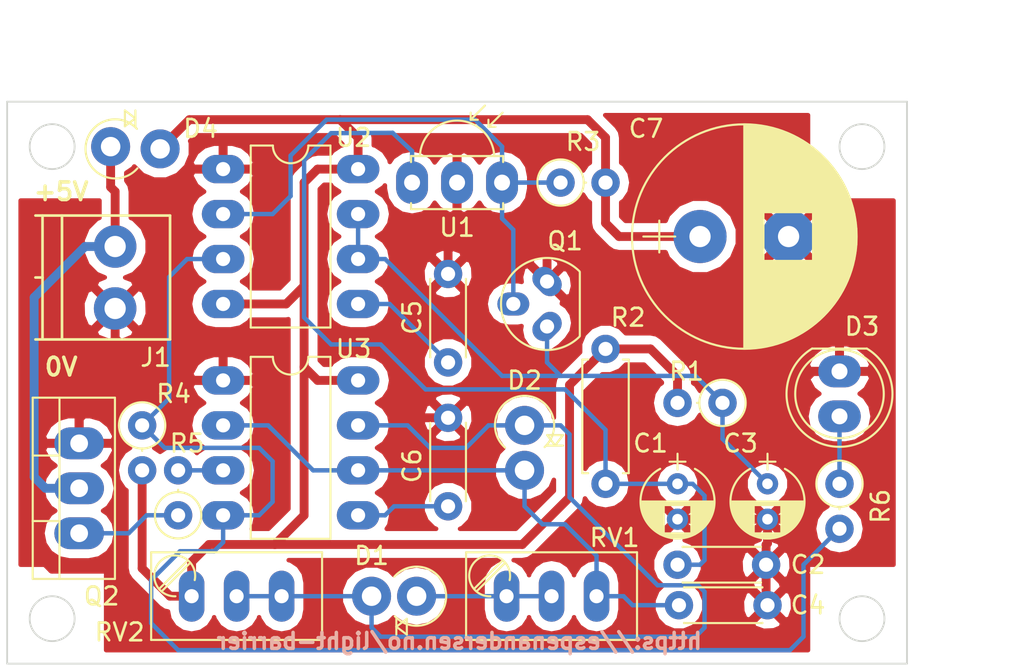
<source format=kicad_pcb>
(kicad_pcb (version 4) (host pcbnew 4.0.7-e2-6376~58~ubuntu16.04.1)

  (general
    (links 52)
    (no_connects 0)
    (area 120.841 72.8 183.5 111.534635)
    (thickness 1.6)
    (drawings 13)
    (tracks 194)
    (zones 0)
    (modules 25)
    (nets 16)
  )

  (page A4)
  (layers
    (0 F.Cu signal)
    (31 B.Cu signal)
    (32 B.Adhes user hide)
    (33 F.Adhes user hide)
    (34 B.Paste user hide)
    (35 F.Paste user hide)
    (36 B.SilkS user)
    (37 F.SilkS user)
    (38 B.Mask user hide)
    (39 F.Mask user hide)
    (40 Dwgs.User user hide)
    (41 Cmts.User user)
    (42 Eco1.User user hide)
    (43 Eco2.User user hide)
    (44 Edge.Cuts user)
    (45 Margin user hide)
    (46 B.CrtYd user hide)
    (47 F.CrtYd user hide)
    (48 B.Fab user hide)
    (49 F.Fab user hide)
  )

  (setup
    (last_trace_width 0.25)
    (trace_clearance 0.2)
    (zone_clearance 0.508)
    (zone_45_only no)
    (trace_min 0.2)
    (segment_width 0.2)
    (edge_width 0.1)
    (via_size 0.6)
    (via_drill 0.4)
    (via_min_size 0.4)
    (via_min_drill 0.3)
    (uvia_size 0.3)
    (uvia_drill 0.1)
    (uvias_allowed no)
    (uvia_min_size 0.2)
    (uvia_min_drill 0.1)
    (pcb_text_width 0.3)
    (pcb_text_size 1.5 1.5)
    (mod_edge_width 0.15)
    (mod_text_size 1 1)
    (mod_text_width 0.15)
    (pad_size 2.4 2.4)
    (pad_drill 1.2)
    (pad_to_mask_clearance 0.0508)
    (aux_axis_origin 171.45 80.01)
    (visible_elements FFFFFF7F)
    (pcbplotparams
      (layerselection 0x01020_80000001)
      (usegerberextensions false)
      (excludeedgelayer true)
      (linewidth 0.100000)
      (plotframeref false)
      (viasonmask false)
      (mode 1)
      (useauxorigin false)
      (hpglpennumber 1)
      (hpglpenspeed 20)
      (hpglpendiameter 15)
      (hpglpenoverlay 2)
      (psnegative false)
      (psa4output false)
      (plotreference true)
      (plotvalue true)
      (plotinvisibletext false)
      (padsonsilk false)
      (subtractmaskfromsilk false)
      (outputformat 1)
      (mirror false)
      (drillshape 0)
      (scaleselection 1)
      (outputdirectory gerber/))
  )

  (net 0 "")
  (net 1 "Net-(C6-Pad1)")
  (net 2 GND)
  (net 3 +5V)
  (net 4 "Net-(D3-Pad2)")
  (net 5 "Net-(C1-Pad1)")
  (net 6 "Net-(C3-Pad1)")
  (net 7 "Net-(C4-Pad2)")
  (net 8 "Net-(C5-Pad1)")
  (net 9 "Net-(D1-Pad1)")
  (net 10 "Net-(D1-Pad2)")
  (net 11 "Net-(Q1-Pad2)")
  (net 12 "Net-(Q2-Pad1)")
  (net 13 "Net-(R4-Pad1)")
  (net 14 "Net-(R5-Pad2)")
  (net 15 +5VP)

  (net_class Default "This is the default net class."
    (clearance 0.2)
    (trace_width 0.25)
    (via_dia 0.6)
    (via_drill 0.4)
    (uvia_dia 0.3)
    (uvia_drill 0.1)
    (add_net "Net-(C1-Pad1)")
    (add_net "Net-(C3-Pad1)")
    (add_net "Net-(C4-Pad2)")
    (add_net "Net-(C5-Pad1)")
    (add_net "Net-(C6-Pad1)")
    (add_net "Net-(D1-Pad1)")
    (add_net "Net-(D1-Pad2)")
    (add_net "Net-(D3-Pad2)")
    (add_net "Net-(Q1-Pad2)")
    (add_net "Net-(Q2-Pad1)")
    (add_net "Net-(R4-Pad1)")
    (add_net "Net-(R5-Pad2)")
  )

  (net_class Power ""
    (clearance 0.4)
    (trace_width 0.5)
    (via_dia 1.2)
    (via_drill 0.8)
    (uvia_dia 0.6)
    (uvia_drill 0.2)
    (add_net +5V)
    (add_net +5VP)
    (add_net GND)
  )

  (module Diodes_THT:D_DO-41_SOD81_P2.54mm_Vertical_KathodeUp (layer F.Cu) (tedit 5B2196F1) (tstamp 5B1DA91F)
    (at 130.556 81.407 180)
    (descr "D, DO-41_SOD81 series, Axial, Vertical, pin pitch=2.54mm, , length*diameter=5.2*2.7mm^2, , http://www.diodes.com/_files/packages/DO-41%20(Plastic).pdf")
    (tags "D DO-41_SOD81 series Axial Vertical pin pitch 2.54mm  length 5.2mm diameter 2.7mm")
    (path /5B0C7CF6)
    (fp_text reference D4 (at -2.286 1.143 180) (layer F.SilkS)
      (effects (font (size 1 1) (thickness 0.15)))
    )
    (fp_text value 1N4001 (at 1.27 3.579635 180) (layer F.Fab) hide
      (effects (font (size 1 1) (thickness 0.15)))
    )
    (fp_text user K (at -1.8 0 180) (layer F.Fab)
      (effects (font (size 1 1) (thickness 0.15)))
    )
    (fp_text user %R (at 1.27 0 180) (layer F.Fab)
      (effects (font (size 1 1) (thickness 0.15)))
    )
    (fp_line (start 0 0) (end 2.54 0) (layer F.Fab) (width 0.1))
    (fp_line (start 1.397 1.28) (end 1.397 2.169) (layer F.SilkS) (width 0.12))
    (fp_line (start 1.397 1.7245) (end 1.989667 1.28) (layer F.SilkS) (width 0.12))
    (fp_line (start 1.989667 1.28) (end 1.989667 2.169) (layer F.SilkS) (width 0.12))
    (fp_line (start 1.989667 2.169) (end 1.397 1.7245) (layer F.SilkS) (width 0.12))
    (fp_line (start -1.45 -1.95) (end -1.45 1.95) (layer F.CrtYd) (width 0.05))
    (fp_line (start -1.45 1.95) (end 4.2 1.95) (layer F.CrtYd) (width 0.05))
    (fp_line (start 4.2 1.95) (end 4.2 -1.95) (layer F.CrtYd) (width 0.05))
    (fp_line (start 4.2 -1.95) (end -1.45 -1.95) (layer F.CrtYd) (width 0.05))
    (fp_circle (center 2.54 0) (end 3.89 0) (layer F.Fab) (width 0.1))
    (fp_arc (start 2.54 0) (end 1.282484 -1.1) (angle 276.1) (layer F.SilkS) (width 0.12))
    (pad 1 thru_hole circle (at 0 0 180) (size 2.2 2.2) (drill 1.1) (layers *.Cu *.Mask)
      (net 3 +5V))
    (pad 2 thru_hole oval (at 2.794 0.127 180) (size 2.2 2.2) (drill 1.1) (layers *.Cu *.Mask)
      (net 15 +5VP))
    (model ${KISYS3DMOD}/Diodes_THT.3dshapes/D_DO-41_SOD81_P2.54mm_Vertical_KathodeUp.wrl
      (at (xyz 0 0 0))
      (scale (xyz 0.393701 0.393701 0.393701))
      (rotate (xyz 0 0 0))
    )
  )

  (module Capacitors_THT:C_Disc_D4.3mm_W1.9mm_P5.00mm (layer F.Cu) (tedit 5B20193E) (tstamp 5B1DA7A3)
    (at 164.846 107.188 180)
    (descr "C, Disc series, Radial, pin pitch=5.00mm, , diameter*width=4.3*1.9mm^2, Capacitor, http://www.vishay.com/docs/45233/krseries.pdf")
    (tags "C Disc series Radial pin pitch 5.00mm  diameter 4.3mm width 1.9mm Capacitor")
    (path /5B0DC1EA)
    (fp_text reference C4 (at -2.286 0 180) (layer F.SilkS)
      (effects (font (size 1 1) (thickness 0.15)))
    )
    (fp_text value 100nF (at 2.5 2.26 180) (layer F.Fab) hide
      (effects (font (size 1 1) (thickness 0.15)))
    )
    (fp_line (start 0.35 -0.95) (end 0.35 0.95) (layer F.Fab) (width 0.1))
    (fp_line (start 0.35 0.95) (end 4.65 0.95) (layer F.Fab) (width 0.1))
    (fp_line (start 4.65 0.95) (end 4.65 -0.95) (layer F.Fab) (width 0.1))
    (fp_line (start 4.65 -0.95) (end 0.35 -0.95) (layer F.Fab) (width 0.1))
    (fp_line (start 0.29 -1.01) (end 4.71 -1.01) (layer F.SilkS) (width 0.12))
    (fp_line (start 0.29 1.01) (end 4.71 1.01) (layer F.SilkS) (width 0.12))
    (fp_line (start 0.29 -1.01) (end 0.29 -0.996) (layer F.SilkS) (width 0.12))
    (fp_line (start 0.29 0.996) (end 0.29 1.01) (layer F.SilkS) (width 0.12))
    (fp_line (start 4.71 -1.01) (end 4.71 -0.996) (layer F.SilkS) (width 0.12))
    (fp_line (start 4.71 0.996) (end 4.71 1.01) (layer F.SilkS) (width 0.12))
    (fp_line (start -1.05 -1.3) (end -1.05 1.3) (layer F.CrtYd) (width 0.05))
    (fp_line (start -1.05 1.3) (end 6.05 1.3) (layer F.CrtYd) (width 0.05))
    (fp_line (start 6.05 1.3) (end 6.05 -1.3) (layer F.CrtYd) (width 0.05))
    (fp_line (start 6.05 -1.3) (end -1.05 -1.3) (layer F.CrtYd) (width 0.05))
    (fp_text user %R (at 2.5 0 180) (layer F.Fab)
      (effects (font (size 1 1) (thickness 0.15)))
    )
    (pad 1 thru_hole circle (at 0 0 180) (size 1.6 1.6) (drill 0.8) (layers *.Cu *.Mask)
      (net 2 GND))
    (pad 2 thru_hole circle (at 5 0 180) (size 1.6 1.6) (drill 0.8) (layers *.Cu *.Mask)
      (net 7 "Net-(C4-Pad2)"))
    (model ${KISYS3DMOD}/Capacitors_THT.3dshapes/C_Disc_D4.3mm_W1.9mm_P5.00mm.wrl
      (at (xyz 0 0 0))
      (scale (xyz 1 1 1))
      (rotate (xyz 0 0 0))
    )
  )

  (module Resistors_THT:R_Axial_DIN0207_L6.3mm_D2.5mm_P2.54mm_Vertical (layer F.Cu) (tedit 5B2029B1) (tstamp 5B1FE49A)
    (at 129.54 97.028 270)
    (descr "Resistor, Axial_DIN0207 series, Axial, Vertical, pin pitch=2.54mm, 0.25W = 1/4W, length*diameter=6.3*2.5mm^2, http://cdn-reichelt.de/documents/datenblatt/B400/1_4W%23YAG.pdf")
    (tags "Resistor Axial_DIN0207 series Axial Vertical pin pitch 2.54mm 0.25W = 1/4W length 6.3mm diameter 2.5mm")
    (path /5B0CD67D)
    (fp_text reference R4 (at -1.778 -1.778 360) (layer F.SilkS)
      (effects (font (size 1 1) (thickness 0.15)))
    )
    (fp_text value 100k (at 1.27 2.31 270) (layer F.Fab) hide
      (effects (font (size 1 1) (thickness 0.15)))
    )
    (fp_circle (center 0 0) (end 1.25 0) (layer F.Fab) (width 0.1))
    (fp_circle (center 0 0) (end 1.31 0) (layer F.SilkS) (width 0.12))
    (fp_line (start 0 0) (end 2.54 0) (layer F.Fab) (width 0.1))
    (fp_line (start 1.31 0) (end 1.44 0) (layer F.SilkS) (width 0.12))
    (fp_line (start -1.6 -1.6) (end -1.6 1.6) (layer F.CrtYd) (width 0.05))
    (fp_line (start -1.6 1.6) (end 3.65 1.6) (layer F.CrtYd) (width 0.05))
    (fp_line (start 3.65 1.6) (end 3.65 -1.6) (layer F.CrtYd) (width 0.05))
    (fp_line (start 3.65 -1.6) (end -1.6 -1.6) (layer F.CrtYd) (width 0.05))
    (pad 1 thru_hole circle (at 0 0 270) (size 1.6 1.6) (drill 0.8) (layers *.Cu *.Mask)
      (net 13 "Net-(R4-Pad1)"))
    (pad 2 thru_hole oval (at 2.54 0 270) (size 1.6 1.6) (drill 0.8) (layers *.Cu *.Mask)
      (net 3 +5V))
    (model ${KISYS3DMOD}/Resistors_THT.3dshapes/R_Axial_DIN0207_L6.3mm_D2.5mm_P2.54mm_Vertical.wrl
      (at (xyz 0 0 0))
      (scale (xyz 0.393701 0.393701 0.393701))
      (rotate (xyz 0 0 0))
    )
  )

  (module Opto-Devices:IRReceiver_Vishay_MINICAST-3pin (layer F.Cu) (tedit 5B2196DF) (tstamp 5B1DAA4E)
    (at 149.86 83.312 180)
    (descr "IR Receiver Vishay TSOP-xxxx, MINICAST package")
    (tags "IR Receiver Vishay TSOP-xxxx MINICAST")
    (path /5B0C82A2)
    (fp_text reference U1 (at 2.54 -2.54 360) (layer F.SilkS)
      (effects (font (size 1 1) (thickness 0.15)))
    )
    (fp_text value VS1838 (at 0 -2.54 180) (layer F.Fab) hide
      (effects (font (size 1 1) (thickness 0.15)))
    )
    (fp_text user %R (at 2.54 0 180) (layer F.Fab)
      (effects (font (size 1 1) (thickness 0.15)))
    )
    (fp_line (start 5.14 -1.16) (end 5.14 -1.5) (layer F.SilkS) (width 0.12))
    (fp_line (start 5.14 -1.5) (end -0.06 -1.5) (layer F.SilkS) (width 0.12))
    (fp_line (start -0.06 -1.5) (end -0.06 -1.16) (layer F.SilkS) (width 0.12))
    (fp_line (start 5.14 1.16) (end 5.14 1.5) (layer F.SilkS) (width 0.12))
    (fp_line (start 5.14 1.5) (end -0.06 1.5) (layer F.SilkS) (width 0.12))
    (fp_line (start -0.06 1.5) (end -0.06 1.16) (layer F.SilkS) (width 0.12))
    (fp_line (start 0.04 -1.4) (end 5.04 -1.4) (layer F.Fab) (width 0.1))
    (fp_line (start 5.04 -1.4) (end 5.04 1.4) (layer F.Fab) (width 0.1))
    (fp_line (start 5.04 1.4) (end 0.04 1.4) (layer F.Fab) (width 0.1))
    (fp_line (start 0.04 1.4) (end 0.04 -1.4) (layer F.Fab) (width 0.1))
    (fp_line (start 0.77 3.15) (end 0.37 3.15) (layer F.SilkS) (width 0.12))
    (fp_line (start 0.77 3.15) (end 0.77 3.55) (layer F.SilkS) (width 0.12))
    (fp_line (start 0.77 3.15) (end -0.03 3.95) (layer F.SilkS) (width 0.12))
    (fp_line (start 1.77 3.55) (end 0.97 4.35) (layer F.SilkS) (width 0.12))
    (fp_line (start 1.77 3.55) (end 1.77 3.95) (layer F.SilkS) (width 0.12))
    (fp_line (start 1.77 3.55) (end 1.37 3.55) (layer F.SilkS) (width 0.12))
    (fp_line (start -1.15 -1.65) (end 6.23 -1.65) (layer F.CrtYd) (width 0.05))
    (fp_line (start -1.15 -1.65) (end -1.15 3.7) (layer F.CrtYd) (width 0.05))
    (fp_line (start 6.23 3.7) (end 6.23 -1.65) (layer F.CrtYd) (width 0.05))
    (fp_line (start 6.23 3.7) (end -1.15 3.7) (layer F.CrtYd) (width 0.05))
    (fp_arc (start 2.54 1.4) (end 4.64 1.5) (angle 174.5) (layer F.SilkS) (width 0.12))
    (fp_arc (start 2.54 1.4) (end 4.54 1.4) (angle 180) (layer F.Fab) (width 0.1))
    (pad 1 thru_hole oval (at 0 0 180) (size 1.8 2.4) (drill 0.9) (layers *.Cu *.Mask)
      (net 11 "Net-(Q1-Pad2)"))
    (pad 2 thru_hole oval (at 2.54 0 180) (size 1.8 2.4) (drill 0.9) (layers *.Cu *.Mask)
      (net 2 GND))
    (pad 3 thru_hole oval (at 5.08 0 180) (size 1.8 2.4) (drill 0.9) (layers *.Cu *.Mask)
      (net 5 "Net-(C1-Pad1)"))
    (model OptoDevice.3dshapes/Vishay_MINICAST-3Pin.wrl
      (at (xyz 0 0 0))
      (scale (xyz 1 1 1))
      (rotate (xyz 0 0 0))
    )
  )

  (module Capacitors_THT:CP_Radial_D4.0mm_P2.00mm (layer F.Cu) (tedit 5B21963F) (tstamp 5B1DA70A)
    (at 159.766 100.33 270)
    (descr "CP, Radial series, Radial, pin pitch=2.00mm, , diameter=4mm, Electrolytic Capacitor")
    (tags "CP Radial series Radial pin pitch 2.00mm  diameter 4mm Electrolytic Capacitor")
    (path /5B0C8D7C)
    (fp_text reference C1 (at -2.286 1.524 360) (layer F.SilkS)
      (effects (font (size 1 1) (thickness 0.15)))
    )
    (fp_text value 47µF (at 1 3.31 270) (layer F.Fab) hide
      (effects (font (size 1 1) (thickness 0.15)))
    )
    (fp_arc (start 1 0) (end -0.845996 -0.98) (angle 124.1) (layer F.SilkS) (width 0.12))
    (fp_arc (start 1 0) (end -0.845996 0.98) (angle -124.1) (layer F.SilkS) (width 0.12))
    (fp_arc (start 1 0) (end 2.845996 -0.98) (angle 55.9) (layer F.SilkS) (width 0.12))
    (fp_circle (center 1 0) (end 3 0) (layer F.Fab) (width 0.1))
    (fp_line (start -1.7 0) (end -0.8 0) (layer F.Fab) (width 0.1))
    (fp_line (start -1.25 -0.45) (end -1.25 0.45) (layer F.Fab) (width 0.1))
    (fp_line (start 1 -2.05) (end 1 2.05) (layer F.SilkS) (width 0.12))
    (fp_line (start 1.04 -2.05) (end 1.04 2.05) (layer F.SilkS) (width 0.12))
    (fp_line (start 1.08 -2.049) (end 1.08 2.049) (layer F.SilkS) (width 0.12))
    (fp_line (start 1.12 -2.047) (end 1.12 2.047) (layer F.SilkS) (width 0.12))
    (fp_line (start 1.16 -2.044) (end 1.16 2.044) (layer F.SilkS) (width 0.12))
    (fp_line (start 1.2 -2.041) (end 1.2 2.041) (layer F.SilkS) (width 0.12))
    (fp_line (start 1.24 -2.037) (end 1.24 -0.78) (layer F.SilkS) (width 0.12))
    (fp_line (start 1.24 0.78) (end 1.24 2.037) (layer F.SilkS) (width 0.12))
    (fp_line (start 1.28 -2.032) (end 1.28 -0.78) (layer F.SilkS) (width 0.12))
    (fp_line (start 1.28 0.78) (end 1.28 2.032) (layer F.SilkS) (width 0.12))
    (fp_line (start 1.32 -2.026) (end 1.32 -0.78) (layer F.SilkS) (width 0.12))
    (fp_line (start 1.32 0.78) (end 1.32 2.026) (layer F.SilkS) (width 0.12))
    (fp_line (start 1.36 -2.019) (end 1.36 -0.78) (layer F.SilkS) (width 0.12))
    (fp_line (start 1.36 0.78) (end 1.36 2.019) (layer F.SilkS) (width 0.12))
    (fp_line (start 1.4 -2.012) (end 1.4 -0.78) (layer F.SilkS) (width 0.12))
    (fp_line (start 1.4 0.78) (end 1.4 2.012) (layer F.SilkS) (width 0.12))
    (fp_line (start 1.44 -2.004) (end 1.44 -0.78) (layer F.SilkS) (width 0.12))
    (fp_line (start 1.44 0.78) (end 1.44 2.004) (layer F.SilkS) (width 0.12))
    (fp_line (start 1.48 -1.995) (end 1.48 -0.78) (layer F.SilkS) (width 0.12))
    (fp_line (start 1.48 0.78) (end 1.48 1.995) (layer F.SilkS) (width 0.12))
    (fp_line (start 1.52 -1.985) (end 1.52 -0.78) (layer F.SilkS) (width 0.12))
    (fp_line (start 1.52 0.78) (end 1.52 1.985) (layer F.SilkS) (width 0.12))
    (fp_line (start 1.56 -1.974) (end 1.56 -0.78) (layer F.SilkS) (width 0.12))
    (fp_line (start 1.56 0.78) (end 1.56 1.974) (layer F.SilkS) (width 0.12))
    (fp_line (start 1.6 -1.963) (end 1.6 -0.78) (layer F.SilkS) (width 0.12))
    (fp_line (start 1.6 0.78) (end 1.6 1.963) (layer F.SilkS) (width 0.12))
    (fp_line (start 1.64 -1.95) (end 1.64 -0.78) (layer F.SilkS) (width 0.12))
    (fp_line (start 1.64 0.78) (end 1.64 1.95) (layer F.SilkS) (width 0.12))
    (fp_line (start 1.68 -1.937) (end 1.68 -0.78) (layer F.SilkS) (width 0.12))
    (fp_line (start 1.68 0.78) (end 1.68 1.937) (layer F.SilkS) (width 0.12))
    (fp_line (start 1.721 -1.923) (end 1.721 -0.78) (layer F.SilkS) (width 0.12))
    (fp_line (start 1.721 0.78) (end 1.721 1.923) (layer F.SilkS) (width 0.12))
    (fp_line (start 1.761 -1.907) (end 1.761 -0.78) (layer F.SilkS) (width 0.12))
    (fp_line (start 1.761 0.78) (end 1.761 1.907) (layer F.SilkS) (width 0.12))
    (fp_line (start 1.801 -1.891) (end 1.801 -0.78) (layer F.SilkS) (width 0.12))
    (fp_line (start 1.801 0.78) (end 1.801 1.891) (layer F.SilkS) (width 0.12))
    (fp_line (start 1.841 -1.874) (end 1.841 -0.78) (layer F.SilkS) (width 0.12))
    (fp_line (start 1.841 0.78) (end 1.841 1.874) (layer F.SilkS) (width 0.12))
    (fp_line (start 1.881 -1.856) (end 1.881 -0.78) (layer F.SilkS) (width 0.12))
    (fp_line (start 1.881 0.78) (end 1.881 1.856) (layer F.SilkS) (width 0.12))
    (fp_line (start 1.921 -1.837) (end 1.921 -0.78) (layer F.SilkS) (width 0.12))
    (fp_line (start 1.921 0.78) (end 1.921 1.837) (layer F.SilkS) (width 0.12))
    (fp_line (start 1.961 -1.817) (end 1.961 -0.78) (layer F.SilkS) (width 0.12))
    (fp_line (start 1.961 0.78) (end 1.961 1.817) (layer F.SilkS) (width 0.12))
    (fp_line (start 2.001 -1.796) (end 2.001 -0.78) (layer F.SilkS) (width 0.12))
    (fp_line (start 2.001 0.78) (end 2.001 1.796) (layer F.SilkS) (width 0.12))
    (fp_line (start 2.041 -1.773) (end 2.041 -0.78) (layer F.SilkS) (width 0.12))
    (fp_line (start 2.041 0.78) (end 2.041 1.773) (layer F.SilkS) (width 0.12))
    (fp_line (start 2.081 -1.75) (end 2.081 -0.78) (layer F.SilkS) (width 0.12))
    (fp_line (start 2.081 0.78) (end 2.081 1.75) (layer F.SilkS) (width 0.12))
    (fp_line (start 2.121 -1.725) (end 2.121 -0.78) (layer F.SilkS) (width 0.12))
    (fp_line (start 2.121 0.78) (end 2.121 1.725) (layer F.SilkS) (width 0.12))
    (fp_line (start 2.161 -1.699) (end 2.161 -0.78) (layer F.SilkS) (width 0.12))
    (fp_line (start 2.161 0.78) (end 2.161 1.699) (layer F.SilkS) (width 0.12))
    (fp_line (start 2.201 -1.672) (end 2.201 -0.78) (layer F.SilkS) (width 0.12))
    (fp_line (start 2.201 0.78) (end 2.201 1.672) (layer F.SilkS) (width 0.12))
    (fp_line (start 2.241 -1.643) (end 2.241 -0.78) (layer F.SilkS) (width 0.12))
    (fp_line (start 2.241 0.78) (end 2.241 1.643) (layer F.SilkS) (width 0.12))
    (fp_line (start 2.281 -1.613) (end 2.281 -0.78) (layer F.SilkS) (width 0.12))
    (fp_line (start 2.281 0.78) (end 2.281 1.613) (layer F.SilkS) (width 0.12))
    (fp_line (start 2.321 -1.581) (end 2.321 -0.78) (layer F.SilkS) (width 0.12))
    (fp_line (start 2.321 0.78) (end 2.321 1.581) (layer F.SilkS) (width 0.12))
    (fp_line (start 2.361 -1.547) (end 2.361 -0.78) (layer F.SilkS) (width 0.12))
    (fp_line (start 2.361 0.78) (end 2.361 1.547) (layer F.SilkS) (width 0.12))
    (fp_line (start 2.401 -1.512) (end 2.401 -0.78) (layer F.SilkS) (width 0.12))
    (fp_line (start 2.401 0.78) (end 2.401 1.512) (layer F.SilkS) (width 0.12))
    (fp_line (start 2.441 -1.475) (end 2.441 -0.78) (layer F.SilkS) (width 0.12))
    (fp_line (start 2.441 0.78) (end 2.441 1.475) (layer F.SilkS) (width 0.12))
    (fp_line (start 2.481 -1.436) (end 2.481 -0.78) (layer F.SilkS) (width 0.12))
    (fp_line (start 2.481 0.78) (end 2.481 1.436) (layer F.SilkS) (width 0.12))
    (fp_line (start 2.521 -1.395) (end 2.521 -0.78) (layer F.SilkS) (width 0.12))
    (fp_line (start 2.521 0.78) (end 2.521 1.395) (layer F.SilkS) (width 0.12))
    (fp_line (start 2.561 -1.351) (end 2.561 -0.78) (layer F.SilkS) (width 0.12))
    (fp_line (start 2.561 0.78) (end 2.561 1.351) (layer F.SilkS) (width 0.12))
    (fp_line (start 2.601 -1.305) (end 2.601 -0.78) (layer F.SilkS) (width 0.12))
    (fp_line (start 2.601 0.78) (end 2.601 1.305) (layer F.SilkS) (width 0.12))
    (fp_line (start 2.641 -1.256) (end 2.641 -0.78) (layer F.SilkS) (width 0.12))
    (fp_line (start 2.641 0.78) (end 2.641 1.256) (layer F.SilkS) (width 0.12))
    (fp_line (start 2.681 -1.204) (end 2.681 -0.78) (layer F.SilkS) (width 0.12))
    (fp_line (start 2.681 0.78) (end 2.681 1.204) (layer F.SilkS) (width 0.12))
    (fp_line (start 2.721 -1.148) (end 2.721 -0.78) (layer F.SilkS) (width 0.12))
    (fp_line (start 2.721 0.78) (end 2.721 1.148) (layer F.SilkS) (width 0.12))
    (fp_line (start 2.761 -1.088) (end 2.761 -0.78) (layer F.SilkS) (width 0.12))
    (fp_line (start 2.761 0.78) (end 2.761 1.088) (layer F.SilkS) (width 0.12))
    (fp_line (start 2.801 -1.023) (end 2.801 1.023) (layer F.SilkS) (width 0.12))
    (fp_line (start 2.841 -0.952) (end 2.841 0.952) (layer F.SilkS) (width 0.12))
    (fp_line (start 2.881 -0.874) (end 2.881 0.874) (layer F.SilkS) (width 0.12))
    (fp_line (start 2.921 -0.786) (end 2.921 0.786) (layer F.SilkS) (width 0.12))
    (fp_line (start 2.961 -0.686) (end 2.961 0.686) (layer F.SilkS) (width 0.12))
    (fp_line (start 3.001 -0.567) (end 3.001 0.567) (layer F.SilkS) (width 0.12))
    (fp_line (start 3.041 -0.415) (end 3.041 0.415) (layer F.SilkS) (width 0.12))
    (fp_line (start 3.081 -0.165) (end 3.081 0.165) (layer F.SilkS) (width 0.12))
    (fp_line (start -1.7 0) (end -0.8 0) (layer F.SilkS) (width 0.12))
    (fp_line (start -1.25 -0.45) (end -1.25 0.45) (layer F.SilkS) (width 0.12))
    (fp_line (start -1.35 -2.35) (end -1.35 2.35) (layer F.CrtYd) (width 0.05))
    (fp_line (start -1.35 2.35) (end 3.35 2.35) (layer F.CrtYd) (width 0.05))
    (fp_line (start 3.35 2.35) (end 3.35 -2.35) (layer F.CrtYd) (width 0.05))
    (fp_line (start 3.35 -2.35) (end -1.35 -2.35) (layer F.CrtYd) (width 0.05))
    (fp_text user %R (at 1 0 270) (layer F.Fab)
      (effects (font (size 1 1) (thickness 0.15)))
    )
    (pad 1 thru_hole circle (at 0 0 270) (size 1.2 1.2) (drill 0.6) (layers *.Cu *.Mask)
      (net 5 "Net-(C1-Pad1)"))
    (pad 2 thru_hole circle (at 2 0 270) (size 1.2 1.2) (drill 0.6) (layers *.Cu *.Mask)
      (net 2 GND))
    (model ${KISYS3DMOD}/Capacitors_THT.3dshapes/CP_Radial_D4.0mm_P2.00mm.wrl
      (at (xyz 0 0 0))
      (scale (xyz 1 1 1))
      (rotate (xyz 0 0 0))
    )
  )

  (module Capacitors_THT:C_Disc_D4.3mm_W1.9mm_P5.00mm (layer F.Cu) (tedit 5B20194F) (tstamp 5B1DA71F)
    (at 159.766 104.902)
    (descr "C, Disc series, Radial, pin pitch=5.00mm, , diameter*width=4.3*1.9mm^2, Capacitor, http://www.vishay.com/docs/45233/krseries.pdf")
    (tags "C Disc series Radial pin pitch 5.00mm  diameter 4.3mm width 1.9mm Capacitor")
    (path /5B0C96E6)
    (fp_text reference C2 (at 7.366 0) (layer F.SilkS)
      (effects (font (size 1 1) (thickness 0.15)))
    )
    (fp_text value 100nF (at 2.5 2.26) (layer F.Fab) hide
      (effects (font (size 1 1) (thickness 0.15)))
    )
    (fp_line (start 0.35 -0.95) (end 0.35 0.95) (layer F.Fab) (width 0.1))
    (fp_line (start 0.35 0.95) (end 4.65 0.95) (layer F.Fab) (width 0.1))
    (fp_line (start 4.65 0.95) (end 4.65 -0.95) (layer F.Fab) (width 0.1))
    (fp_line (start 4.65 -0.95) (end 0.35 -0.95) (layer F.Fab) (width 0.1))
    (fp_line (start 0.29 -1.01) (end 4.71 -1.01) (layer F.SilkS) (width 0.12))
    (fp_line (start 0.29 1.01) (end 4.71 1.01) (layer F.SilkS) (width 0.12))
    (fp_line (start 0.29 -1.01) (end 0.29 -0.996) (layer F.SilkS) (width 0.12))
    (fp_line (start 0.29 0.996) (end 0.29 1.01) (layer F.SilkS) (width 0.12))
    (fp_line (start 4.71 -1.01) (end 4.71 -0.996) (layer F.SilkS) (width 0.12))
    (fp_line (start 4.71 0.996) (end 4.71 1.01) (layer F.SilkS) (width 0.12))
    (fp_line (start -1.05 -1.3) (end -1.05 1.3) (layer F.CrtYd) (width 0.05))
    (fp_line (start -1.05 1.3) (end 6.05 1.3) (layer F.CrtYd) (width 0.05))
    (fp_line (start 6.05 1.3) (end 6.05 -1.3) (layer F.CrtYd) (width 0.05))
    (fp_line (start 6.05 -1.3) (end -1.05 -1.3) (layer F.CrtYd) (width 0.05))
    (fp_text user %R (at 2.5 0) (layer F.Fab)
      (effects (font (size 1 1) (thickness 0.15)))
    )
    (pad 1 thru_hole circle (at 0 0) (size 1.6 1.6) (drill 0.8) (layers *.Cu *.Mask)
      (net 5 "Net-(C1-Pad1)"))
    (pad 2 thru_hole circle (at 5 0) (size 1.6 1.6) (drill 0.8) (layers *.Cu *.Mask)
      (net 2 GND))
    (model ${KISYS3DMOD}/Capacitors_THT.3dshapes/C_Disc_D4.3mm_W1.9mm_P5.00mm.wrl
      (at (xyz 0 0 0))
      (scale (xyz 1 1 1))
      (rotate (xyz 0 0 0))
    )
  )

  (module Capacitors_THT:CP_Radial_D4.0mm_P2.00mm (layer F.Cu) (tedit 5B219648) (tstamp 5B1DA78E)
    (at 164.846 100.33 270)
    (descr "CP, Radial series, Radial, pin pitch=2.00mm, , diameter=4mm, Electrolytic Capacitor")
    (tags "CP Radial series Radial pin pitch 2.00mm  diameter 4mm Electrolytic Capacitor")
    (path /5B0CC50A)
    (fp_text reference C3 (at -2.286 1.524 360) (layer F.SilkS)
      (effects (font (size 1 1) (thickness 0.15)))
    )
    (fp_text value 10µF (at 1 3.31 270) (layer F.Fab) hide
      (effects (font (size 1 1) (thickness 0.15)))
    )
    (fp_arc (start 1 0) (end -0.845996 -0.98) (angle 124.1) (layer F.SilkS) (width 0.12))
    (fp_arc (start 1 0) (end -0.845996 0.98) (angle -124.1) (layer F.SilkS) (width 0.12))
    (fp_arc (start 1 0) (end 2.845996 -0.98) (angle 55.9) (layer F.SilkS) (width 0.12))
    (fp_circle (center 1 0) (end 3 0) (layer F.Fab) (width 0.1))
    (fp_line (start -1.7 0) (end -0.8 0) (layer F.Fab) (width 0.1))
    (fp_line (start -1.25 -0.45) (end -1.25 0.45) (layer F.Fab) (width 0.1))
    (fp_line (start 1 -2.05) (end 1 2.05) (layer F.SilkS) (width 0.12))
    (fp_line (start 1.04 -2.05) (end 1.04 2.05) (layer F.SilkS) (width 0.12))
    (fp_line (start 1.08 -2.049) (end 1.08 2.049) (layer F.SilkS) (width 0.12))
    (fp_line (start 1.12 -2.047) (end 1.12 2.047) (layer F.SilkS) (width 0.12))
    (fp_line (start 1.16 -2.044) (end 1.16 2.044) (layer F.SilkS) (width 0.12))
    (fp_line (start 1.2 -2.041) (end 1.2 2.041) (layer F.SilkS) (width 0.12))
    (fp_line (start 1.24 -2.037) (end 1.24 -0.78) (layer F.SilkS) (width 0.12))
    (fp_line (start 1.24 0.78) (end 1.24 2.037) (layer F.SilkS) (width 0.12))
    (fp_line (start 1.28 -2.032) (end 1.28 -0.78) (layer F.SilkS) (width 0.12))
    (fp_line (start 1.28 0.78) (end 1.28 2.032) (layer F.SilkS) (width 0.12))
    (fp_line (start 1.32 -2.026) (end 1.32 -0.78) (layer F.SilkS) (width 0.12))
    (fp_line (start 1.32 0.78) (end 1.32 2.026) (layer F.SilkS) (width 0.12))
    (fp_line (start 1.36 -2.019) (end 1.36 -0.78) (layer F.SilkS) (width 0.12))
    (fp_line (start 1.36 0.78) (end 1.36 2.019) (layer F.SilkS) (width 0.12))
    (fp_line (start 1.4 -2.012) (end 1.4 -0.78) (layer F.SilkS) (width 0.12))
    (fp_line (start 1.4 0.78) (end 1.4 2.012) (layer F.SilkS) (width 0.12))
    (fp_line (start 1.44 -2.004) (end 1.44 -0.78) (layer F.SilkS) (width 0.12))
    (fp_line (start 1.44 0.78) (end 1.44 2.004) (layer F.SilkS) (width 0.12))
    (fp_line (start 1.48 -1.995) (end 1.48 -0.78) (layer F.SilkS) (width 0.12))
    (fp_line (start 1.48 0.78) (end 1.48 1.995) (layer F.SilkS) (width 0.12))
    (fp_line (start 1.52 -1.985) (end 1.52 -0.78) (layer F.SilkS) (width 0.12))
    (fp_line (start 1.52 0.78) (end 1.52 1.985) (layer F.SilkS) (width 0.12))
    (fp_line (start 1.56 -1.974) (end 1.56 -0.78) (layer F.SilkS) (width 0.12))
    (fp_line (start 1.56 0.78) (end 1.56 1.974) (layer F.SilkS) (width 0.12))
    (fp_line (start 1.6 -1.963) (end 1.6 -0.78) (layer F.SilkS) (width 0.12))
    (fp_line (start 1.6 0.78) (end 1.6 1.963) (layer F.SilkS) (width 0.12))
    (fp_line (start 1.64 -1.95) (end 1.64 -0.78) (layer F.SilkS) (width 0.12))
    (fp_line (start 1.64 0.78) (end 1.64 1.95) (layer F.SilkS) (width 0.12))
    (fp_line (start 1.68 -1.937) (end 1.68 -0.78) (layer F.SilkS) (width 0.12))
    (fp_line (start 1.68 0.78) (end 1.68 1.937) (layer F.SilkS) (width 0.12))
    (fp_line (start 1.721 -1.923) (end 1.721 -0.78) (layer F.SilkS) (width 0.12))
    (fp_line (start 1.721 0.78) (end 1.721 1.923) (layer F.SilkS) (width 0.12))
    (fp_line (start 1.761 -1.907) (end 1.761 -0.78) (layer F.SilkS) (width 0.12))
    (fp_line (start 1.761 0.78) (end 1.761 1.907) (layer F.SilkS) (width 0.12))
    (fp_line (start 1.801 -1.891) (end 1.801 -0.78) (layer F.SilkS) (width 0.12))
    (fp_line (start 1.801 0.78) (end 1.801 1.891) (layer F.SilkS) (width 0.12))
    (fp_line (start 1.841 -1.874) (end 1.841 -0.78) (layer F.SilkS) (width 0.12))
    (fp_line (start 1.841 0.78) (end 1.841 1.874) (layer F.SilkS) (width 0.12))
    (fp_line (start 1.881 -1.856) (end 1.881 -0.78) (layer F.SilkS) (width 0.12))
    (fp_line (start 1.881 0.78) (end 1.881 1.856) (layer F.SilkS) (width 0.12))
    (fp_line (start 1.921 -1.837) (end 1.921 -0.78) (layer F.SilkS) (width 0.12))
    (fp_line (start 1.921 0.78) (end 1.921 1.837) (layer F.SilkS) (width 0.12))
    (fp_line (start 1.961 -1.817) (end 1.961 -0.78) (layer F.SilkS) (width 0.12))
    (fp_line (start 1.961 0.78) (end 1.961 1.817) (layer F.SilkS) (width 0.12))
    (fp_line (start 2.001 -1.796) (end 2.001 -0.78) (layer F.SilkS) (width 0.12))
    (fp_line (start 2.001 0.78) (end 2.001 1.796) (layer F.SilkS) (width 0.12))
    (fp_line (start 2.041 -1.773) (end 2.041 -0.78) (layer F.SilkS) (width 0.12))
    (fp_line (start 2.041 0.78) (end 2.041 1.773) (layer F.SilkS) (width 0.12))
    (fp_line (start 2.081 -1.75) (end 2.081 -0.78) (layer F.SilkS) (width 0.12))
    (fp_line (start 2.081 0.78) (end 2.081 1.75) (layer F.SilkS) (width 0.12))
    (fp_line (start 2.121 -1.725) (end 2.121 -0.78) (layer F.SilkS) (width 0.12))
    (fp_line (start 2.121 0.78) (end 2.121 1.725) (layer F.SilkS) (width 0.12))
    (fp_line (start 2.161 -1.699) (end 2.161 -0.78) (layer F.SilkS) (width 0.12))
    (fp_line (start 2.161 0.78) (end 2.161 1.699) (layer F.SilkS) (width 0.12))
    (fp_line (start 2.201 -1.672) (end 2.201 -0.78) (layer F.SilkS) (width 0.12))
    (fp_line (start 2.201 0.78) (end 2.201 1.672) (layer F.SilkS) (width 0.12))
    (fp_line (start 2.241 -1.643) (end 2.241 -0.78) (layer F.SilkS) (width 0.12))
    (fp_line (start 2.241 0.78) (end 2.241 1.643) (layer F.SilkS) (width 0.12))
    (fp_line (start 2.281 -1.613) (end 2.281 -0.78) (layer F.SilkS) (width 0.12))
    (fp_line (start 2.281 0.78) (end 2.281 1.613) (layer F.SilkS) (width 0.12))
    (fp_line (start 2.321 -1.581) (end 2.321 -0.78) (layer F.SilkS) (width 0.12))
    (fp_line (start 2.321 0.78) (end 2.321 1.581) (layer F.SilkS) (width 0.12))
    (fp_line (start 2.361 -1.547) (end 2.361 -0.78) (layer F.SilkS) (width 0.12))
    (fp_line (start 2.361 0.78) (end 2.361 1.547) (layer F.SilkS) (width 0.12))
    (fp_line (start 2.401 -1.512) (end 2.401 -0.78) (layer F.SilkS) (width 0.12))
    (fp_line (start 2.401 0.78) (end 2.401 1.512) (layer F.SilkS) (width 0.12))
    (fp_line (start 2.441 -1.475) (end 2.441 -0.78) (layer F.SilkS) (width 0.12))
    (fp_line (start 2.441 0.78) (end 2.441 1.475) (layer F.SilkS) (width 0.12))
    (fp_line (start 2.481 -1.436) (end 2.481 -0.78) (layer F.SilkS) (width 0.12))
    (fp_line (start 2.481 0.78) (end 2.481 1.436) (layer F.SilkS) (width 0.12))
    (fp_line (start 2.521 -1.395) (end 2.521 -0.78) (layer F.SilkS) (width 0.12))
    (fp_line (start 2.521 0.78) (end 2.521 1.395) (layer F.SilkS) (width 0.12))
    (fp_line (start 2.561 -1.351) (end 2.561 -0.78) (layer F.SilkS) (width 0.12))
    (fp_line (start 2.561 0.78) (end 2.561 1.351) (layer F.SilkS) (width 0.12))
    (fp_line (start 2.601 -1.305) (end 2.601 -0.78) (layer F.SilkS) (width 0.12))
    (fp_line (start 2.601 0.78) (end 2.601 1.305) (layer F.SilkS) (width 0.12))
    (fp_line (start 2.641 -1.256) (end 2.641 -0.78) (layer F.SilkS) (width 0.12))
    (fp_line (start 2.641 0.78) (end 2.641 1.256) (layer F.SilkS) (width 0.12))
    (fp_line (start 2.681 -1.204) (end 2.681 -0.78) (layer F.SilkS) (width 0.12))
    (fp_line (start 2.681 0.78) (end 2.681 1.204) (layer F.SilkS) (width 0.12))
    (fp_line (start 2.721 -1.148) (end 2.721 -0.78) (layer F.SilkS) (width 0.12))
    (fp_line (start 2.721 0.78) (end 2.721 1.148) (layer F.SilkS) (width 0.12))
    (fp_line (start 2.761 -1.088) (end 2.761 -0.78) (layer F.SilkS) (width 0.12))
    (fp_line (start 2.761 0.78) (end 2.761 1.088) (layer F.SilkS) (width 0.12))
    (fp_line (start 2.801 -1.023) (end 2.801 1.023) (layer F.SilkS) (width 0.12))
    (fp_line (start 2.841 -0.952) (end 2.841 0.952) (layer F.SilkS) (width 0.12))
    (fp_line (start 2.881 -0.874) (end 2.881 0.874) (layer F.SilkS) (width 0.12))
    (fp_line (start 2.921 -0.786) (end 2.921 0.786) (layer F.SilkS) (width 0.12))
    (fp_line (start 2.961 -0.686) (end 2.961 0.686) (layer F.SilkS) (width 0.12))
    (fp_line (start 3.001 -0.567) (end 3.001 0.567) (layer F.SilkS) (width 0.12))
    (fp_line (start 3.041 -0.415) (end 3.041 0.415) (layer F.SilkS) (width 0.12))
    (fp_line (start 3.081 -0.165) (end 3.081 0.165) (layer F.SilkS) (width 0.12))
    (fp_line (start -1.7 0) (end -0.8 0) (layer F.SilkS) (width 0.12))
    (fp_line (start -1.25 -0.45) (end -1.25 0.45) (layer F.SilkS) (width 0.12))
    (fp_line (start -1.35 -2.35) (end -1.35 2.35) (layer F.CrtYd) (width 0.05))
    (fp_line (start -1.35 2.35) (end 3.35 2.35) (layer F.CrtYd) (width 0.05))
    (fp_line (start 3.35 2.35) (end 3.35 -2.35) (layer F.CrtYd) (width 0.05))
    (fp_line (start 3.35 -2.35) (end -1.35 -2.35) (layer F.CrtYd) (width 0.05))
    (fp_text user %R (at 1 0 270) (layer F.Fab)
      (effects (font (size 1 1) (thickness 0.15)))
    )
    (pad 1 thru_hole circle (at 0 0 270) (size 1.2 1.2) (drill 0.6) (layers *.Cu *.Mask)
      (net 6 "Net-(C3-Pad1)"))
    (pad 2 thru_hole circle (at 2 0 270) (size 1.2 1.2) (drill 0.6) (layers *.Cu *.Mask)
      (net 2 GND))
    (model ${KISYS3DMOD}/Capacitors_THT.3dshapes/CP_Radial_D4.0mm_P2.00mm.wrl
      (at (xyz 0 0 0))
      (scale (xyz 1 1 1))
      (rotate (xyz 0 0 0))
    )
  )

  (module Capacitors_THT:C_Disc_D4.3mm_W1.9mm_P5.00mm (layer F.Cu) (tedit 5B202C81) (tstamp 5B1DA7B8)
    (at 146.812 93.472 90)
    (descr "C, Disc series, Radial, pin pitch=5.00mm, , diameter*width=4.3*1.9mm^2, Capacitor, http://www.vishay.com/docs/45233/krseries.pdf")
    (tags "C Disc series Radial pin pitch 5.00mm  diameter 4.3mm width 1.9mm Capacitor")
    (path /5B0CBE29)
    (fp_text reference C5 (at 2.54 -2.032 90) (layer F.SilkS)
      (effects (font (size 1 1) (thickness 0.15)))
    )
    (fp_text value 100nF (at 2.5 2.26 90) (layer F.Fab) hide
      (effects (font (size 1 1) (thickness 0.15)))
    )
    (fp_line (start 0.35 -0.95) (end 0.35 0.95) (layer F.Fab) (width 0.1))
    (fp_line (start 0.35 0.95) (end 4.65 0.95) (layer F.Fab) (width 0.1))
    (fp_line (start 4.65 0.95) (end 4.65 -0.95) (layer F.Fab) (width 0.1))
    (fp_line (start 4.65 -0.95) (end 0.35 -0.95) (layer F.Fab) (width 0.1))
    (fp_line (start 0.29 -1.01) (end 4.71 -1.01) (layer F.SilkS) (width 0.12))
    (fp_line (start 0.29 1.01) (end 4.71 1.01) (layer F.SilkS) (width 0.12))
    (fp_line (start 0.29 -1.01) (end 0.29 -0.996) (layer F.SilkS) (width 0.12))
    (fp_line (start 0.29 0.996) (end 0.29 1.01) (layer F.SilkS) (width 0.12))
    (fp_line (start 4.71 -1.01) (end 4.71 -0.996) (layer F.SilkS) (width 0.12))
    (fp_line (start 4.71 0.996) (end 4.71 1.01) (layer F.SilkS) (width 0.12))
    (fp_line (start -1.05 -1.3) (end -1.05 1.3) (layer F.CrtYd) (width 0.05))
    (fp_line (start -1.05 1.3) (end 6.05 1.3) (layer F.CrtYd) (width 0.05))
    (fp_line (start 6.05 1.3) (end 6.05 -1.3) (layer F.CrtYd) (width 0.05))
    (fp_line (start 6.05 -1.3) (end -1.05 -1.3) (layer F.CrtYd) (width 0.05))
    (fp_text user %R (at 2.5 0 90) (layer F.Fab)
      (effects (font (size 1 1) (thickness 0.15)))
    )
    (pad 1 thru_hole circle (at 0 0 90) (size 1.6 1.6) (drill 0.8) (layers *.Cu *.Mask)
      (net 8 "Net-(C5-Pad1)"))
    (pad 2 thru_hole circle (at 5 0 90) (size 1.6 1.6) (drill 0.8) (layers *.Cu *.Mask)
      (net 2 GND))
    (model ${KISYS3DMOD}/Capacitors_THT.3dshapes/C_Disc_D4.3mm_W1.9mm_P5.00mm.wrl
      (at (xyz 0 0 0))
      (scale (xyz 1 1 1))
      (rotate (xyz 0 0 0))
    )
  )

  (module Capacitors_THT:C_Disc_D4.3mm_W1.9mm_P5.00mm (layer F.Cu) (tedit 5B202C8E) (tstamp 5B1DA7CD)
    (at 146.812 101.6 90)
    (descr "C, Disc series, Radial, pin pitch=5.00mm, , diameter*width=4.3*1.9mm^2, Capacitor, http://www.vishay.com/docs/45233/krseries.pdf")
    (tags "C Disc series Radial pin pitch 5.00mm  diameter 4.3mm width 1.9mm Capacitor")
    (path /5B0CFFC7)
    (fp_text reference C6 (at 2.286 -2.032 270) (layer F.SilkS)
      (effects (font (size 1 1) (thickness 0.15)))
    )
    (fp_text value 100nF (at 2.54 1.27 90) (layer F.Fab) hide
      (effects (font (size 1 1) (thickness 0.15)))
    )
    (fp_line (start 0.35 -0.95) (end 0.35 0.95) (layer F.Fab) (width 0.1))
    (fp_line (start 0.35 0.95) (end 4.65 0.95) (layer F.Fab) (width 0.1))
    (fp_line (start 4.65 0.95) (end 4.65 -0.95) (layer F.Fab) (width 0.1))
    (fp_line (start 4.65 -0.95) (end 0.35 -0.95) (layer F.Fab) (width 0.1))
    (fp_line (start 0.29 -1.01) (end 4.71 -1.01) (layer F.SilkS) (width 0.12))
    (fp_line (start 0.29 1.01) (end 4.71 1.01) (layer F.SilkS) (width 0.12))
    (fp_line (start 0.29 -1.01) (end 0.29 -0.996) (layer F.SilkS) (width 0.12))
    (fp_line (start 0.29 0.996) (end 0.29 1.01) (layer F.SilkS) (width 0.12))
    (fp_line (start 4.71 -1.01) (end 4.71 -0.996) (layer F.SilkS) (width 0.12))
    (fp_line (start 4.71 0.996) (end 4.71 1.01) (layer F.SilkS) (width 0.12))
    (fp_line (start -1.05 -1.3) (end -1.05 1.3) (layer F.CrtYd) (width 0.05))
    (fp_line (start -1.05 1.3) (end 6.05 1.3) (layer F.CrtYd) (width 0.05))
    (fp_line (start 6.05 1.3) (end 6.05 -1.3) (layer F.CrtYd) (width 0.05))
    (fp_line (start 6.05 -1.3) (end -1.05 -1.3) (layer F.CrtYd) (width 0.05))
    (fp_text user %R (at 2.5 0 90) (layer F.Fab)
      (effects (font (size 1 1) (thickness 0.15)))
    )
    (pad 1 thru_hole circle (at 0 0 90) (size 1.6 1.6) (drill 0.8) (layers *.Cu *.Mask)
      (net 1 "Net-(C6-Pad1)"))
    (pad 2 thru_hole circle (at 5 0 90) (size 1.6 1.6) (drill 0.8) (layers *.Cu *.Mask)
      (net 2 GND))
    (model ${KISYS3DMOD}/Capacitors_THT.3dshapes/C_Disc_D4.3mm_W1.9mm_P5.00mm.wrl
      (at (xyz 0 0 0))
      (scale (xyz 1 1 1))
      (rotate (xyz 0 0 0))
    )
  )

  (module Capacitors_THT:CP_Radial_D12.5mm_P5.00mm (layer F.Cu) (tedit 5B218E10) (tstamp 5B1DA8C2)
    (at 161.036 86.36)
    (descr "CP, Radial series, Radial, pin pitch=5.00mm, , diameter=12.5mm, Electrolytic Capacitor")
    (tags "CP Radial series Radial pin pitch 5.00mm  diameter 12.5mm Electrolytic Capacitor")
    (path /5B0C7FF8)
    (fp_text reference C7 (at -3.048 -6.096) (layer F.SilkS)
      (effects (font (size 1 1) (thickness 0.15)))
    )
    (fp_text value 1000µF (at 2.54 3.81) (layer F.Fab) hide
      (effects (font (size 1 1) (thickness 0.15)))
    )
    (fp_circle (center 2.5 0) (end 8.75 0) (layer F.Fab) (width 0.1))
    (fp_circle (center 2.5 0) (end 8.84 0) (layer F.SilkS) (width 0.12))
    (fp_line (start -3.2 0) (end -1.4 0) (layer F.Fab) (width 0.1))
    (fp_line (start -2.3 -0.9) (end -2.3 0.9) (layer F.Fab) (width 0.1))
    (fp_line (start 2.5 -6.3) (end 2.5 6.3) (layer F.SilkS) (width 0.12))
    (fp_line (start 2.54 -6.3) (end 2.54 6.3) (layer F.SilkS) (width 0.12))
    (fp_line (start 2.58 -6.3) (end 2.58 6.3) (layer F.SilkS) (width 0.12))
    (fp_line (start 2.62 -6.299) (end 2.62 6.299) (layer F.SilkS) (width 0.12))
    (fp_line (start 2.66 -6.298) (end 2.66 6.298) (layer F.SilkS) (width 0.12))
    (fp_line (start 2.7 -6.297) (end 2.7 6.297) (layer F.SilkS) (width 0.12))
    (fp_line (start 2.74 -6.296) (end 2.74 6.296) (layer F.SilkS) (width 0.12))
    (fp_line (start 2.78 -6.294) (end 2.78 6.294) (layer F.SilkS) (width 0.12))
    (fp_line (start 2.82 -6.292) (end 2.82 6.292) (layer F.SilkS) (width 0.12))
    (fp_line (start 2.86 -6.29) (end 2.86 6.29) (layer F.SilkS) (width 0.12))
    (fp_line (start 2.9 -6.288) (end 2.9 6.288) (layer F.SilkS) (width 0.12))
    (fp_line (start 2.94 -6.285) (end 2.94 6.285) (layer F.SilkS) (width 0.12))
    (fp_line (start 2.98 -6.282) (end 2.98 6.282) (layer F.SilkS) (width 0.12))
    (fp_line (start 3.02 -6.279) (end 3.02 6.279) (layer F.SilkS) (width 0.12))
    (fp_line (start 3.06 -6.276) (end 3.06 6.276) (layer F.SilkS) (width 0.12))
    (fp_line (start 3.1 -6.272) (end 3.1 6.272) (layer F.SilkS) (width 0.12))
    (fp_line (start 3.14 -6.268) (end 3.14 6.268) (layer F.SilkS) (width 0.12))
    (fp_line (start 3.18 -6.264) (end 3.18 6.264) (layer F.SilkS) (width 0.12))
    (fp_line (start 3.221 -6.259) (end 3.221 6.259) (layer F.SilkS) (width 0.12))
    (fp_line (start 3.261 -6.255) (end 3.261 6.255) (layer F.SilkS) (width 0.12))
    (fp_line (start 3.301 -6.25) (end 3.301 6.25) (layer F.SilkS) (width 0.12))
    (fp_line (start 3.341 -6.245) (end 3.341 6.245) (layer F.SilkS) (width 0.12))
    (fp_line (start 3.381 -6.239) (end 3.381 6.239) (layer F.SilkS) (width 0.12))
    (fp_line (start 3.421 -6.233) (end 3.421 6.233) (layer F.SilkS) (width 0.12))
    (fp_line (start 3.461 -6.227) (end 3.461 6.227) (layer F.SilkS) (width 0.12))
    (fp_line (start 3.501 -6.221) (end 3.501 6.221) (layer F.SilkS) (width 0.12))
    (fp_line (start 3.541 -6.215) (end 3.541 6.215) (layer F.SilkS) (width 0.12))
    (fp_line (start 3.581 -6.208) (end 3.581 6.208) (layer F.SilkS) (width 0.12))
    (fp_line (start 3.621 -6.201) (end 3.621 -1.38) (layer F.SilkS) (width 0.12))
    (fp_line (start 3.621 1.38) (end 3.621 6.201) (layer F.SilkS) (width 0.12))
    (fp_line (start 3.661 -6.193) (end 3.661 -1.38) (layer F.SilkS) (width 0.12))
    (fp_line (start 3.661 1.38) (end 3.661 6.193) (layer F.SilkS) (width 0.12))
    (fp_line (start 3.701 -6.186) (end 3.701 -1.38) (layer F.SilkS) (width 0.12))
    (fp_line (start 3.701 1.38) (end 3.701 6.186) (layer F.SilkS) (width 0.12))
    (fp_line (start 3.741 -6.178) (end 3.741 -1.38) (layer F.SilkS) (width 0.12))
    (fp_line (start 3.741 1.38) (end 3.741 6.178) (layer F.SilkS) (width 0.12))
    (fp_line (start 3.781 -6.17) (end 3.781 -1.38) (layer F.SilkS) (width 0.12))
    (fp_line (start 3.781 1.38) (end 3.781 6.17) (layer F.SilkS) (width 0.12))
    (fp_line (start 3.821 -6.162) (end 3.821 -1.38) (layer F.SilkS) (width 0.12))
    (fp_line (start 3.821 1.38) (end 3.821 6.162) (layer F.SilkS) (width 0.12))
    (fp_line (start 3.861 -6.153) (end 3.861 -1.38) (layer F.SilkS) (width 0.12))
    (fp_line (start 3.861 1.38) (end 3.861 6.153) (layer F.SilkS) (width 0.12))
    (fp_line (start 3.901 -6.144) (end 3.901 -1.38) (layer F.SilkS) (width 0.12))
    (fp_line (start 3.901 1.38) (end 3.901 6.144) (layer F.SilkS) (width 0.12))
    (fp_line (start 3.941 -6.135) (end 3.941 -1.38) (layer F.SilkS) (width 0.12))
    (fp_line (start 3.941 1.38) (end 3.941 6.135) (layer F.SilkS) (width 0.12))
    (fp_line (start 3.981 -6.125) (end 3.981 -1.38) (layer F.SilkS) (width 0.12))
    (fp_line (start 3.981 1.38) (end 3.981 6.125) (layer F.SilkS) (width 0.12))
    (fp_line (start 4.021 -6.116) (end 4.021 -1.38) (layer F.SilkS) (width 0.12))
    (fp_line (start 4.021 1.38) (end 4.021 6.116) (layer F.SilkS) (width 0.12))
    (fp_line (start 4.061 -6.106) (end 4.061 -1.38) (layer F.SilkS) (width 0.12))
    (fp_line (start 4.061 1.38) (end 4.061 6.106) (layer F.SilkS) (width 0.12))
    (fp_line (start 4.101 -6.095) (end 4.101 -1.38) (layer F.SilkS) (width 0.12))
    (fp_line (start 4.101 1.38) (end 4.101 6.095) (layer F.SilkS) (width 0.12))
    (fp_line (start 4.141 -6.085) (end 4.141 -1.38) (layer F.SilkS) (width 0.12))
    (fp_line (start 4.141 1.38) (end 4.141 6.085) (layer F.SilkS) (width 0.12))
    (fp_line (start 4.181 -6.074) (end 4.181 -1.38) (layer F.SilkS) (width 0.12))
    (fp_line (start 4.181 1.38) (end 4.181 6.074) (layer F.SilkS) (width 0.12))
    (fp_line (start 4.221 -6.063) (end 4.221 -1.38) (layer F.SilkS) (width 0.12))
    (fp_line (start 4.221 1.38) (end 4.221 6.063) (layer F.SilkS) (width 0.12))
    (fp_line (start 4.261 -6.051) (end 4.261 -1.38) (layer F.SilkS) (width 0.12))
    (fp_line (start 4.261 1.38) (end 4.261 6.051) (layer F.SilkS) (width 0.12))
    (fp_line (start 4.301 -6.04) (end 4.301 -1.38) (layer F.SilkS) (width 0.12))
    (fp_line (start 4.301 1.38) (end 4.301 6.04) (layer F.SilkS) (width 0.12))
    (fp_line (start 4.341 -6.028) (end 4.341 -1.38) (layer F.SilkS) (width 0.12))
    (fp_line (start 4.341 1.38) (end 4.341 6.028) (layer F.SilkS) (width 0.12))
    (fp_line (start 4.381 -6.015) (end 4.381 -1.38) (layer F.SilkS) (width 0.12))
    (fp_line (start 4.381 1.38) (end 4.381 6.015) (layer F.SilkS) (width 0.12))
    (fp_line (start 4.421 -6.003) (end 4.421 -1.38) (layer F.SilkS) (width 0.12))
    (fp_line (start 4.421 1.38) (end 4.421 6.003) (layer F.SilkS) (width 0.12))
    (fp_line (start 4.461 -5.99) (end 4.461 -1.38) (layer F.SilkS) (width 0.12))
    (fp_line (start 4.461 1.38) (end 4.461 5.99) (layer F.SilkS) (width 0.12))
    (fp_line (start 4.501 -5.977) (end 4.501 -1.38) (layer F.SilkS) (width 0.12))
    (fp_line (start 4.501 1.38) (end 4.501 5.977) (layer F.SilkS) (width 0.12))
    (fp_line (start 4.541 -5.963) (end 4.541 -1.38) (layer F.SilkS) (width 0.12))
    (fp_line (start 4.541 1.38) (end 4.541 5.963) (layer F.SilkS) (width 0.12))
    (fp_line (start 4.581 -5.95) (end 4.581 -1.38) (layer F.SilkS) (width 0.12))
    (fp_line (start 4.581 1.38) (end 4.581 5.95) (layer F.SilkS) (width 0.12))
    (fp_line (start 4.621 -5.936) (end 4.621 -1.38) (layer F.SilkS) (width 0.12))
    (fp_line (start 4.621 1.38) (end 4.621 5.936) (layer F.SilkS) (width 0.12))
    (fp_line (start 4.661 -5.921) (end 4.661 -1.38) (layer F.SilkS) (width 0.12))
    (fp_line (start 4.661 1.38) (end 4.661 5.921) (layer F.SilkS) (width 0.12))
    (fp_line (start 4.701 -5.907) (end 4.701 -1.38) (layer F.SilkS) (width 0.12))
    (fp_line (start 4.701 1.38) (end 4.701 5.907) (layer F.SilkS) (width 0.12))
    (fp_line (start 4.741 -5.892) (end 4.741 -1.38) (layer F.SilkS) (width 0.12))
    (fp_line (start 4.741 1.38) (end 4.741 5.892) (layer F.SilkS) (width 0.12))
    (fp_line (start 4.781 -5.876) (end 4.781 -1.38) (layer F.SilkS) (width 0.12))
    (fp_line (start 4.781 1.38) (end 4.781 5.876) (layer F.SilkS) (width 0.12))
    (fp_line (start 4.821 -5.861) (end 4.821 -1.38) (layer F.SilkS) (width 0.12))
    (fp_line (start 4.821 1.38) (end 4.821 5.861) (layer F.SilkS) (width 0.12))
    (fp_line (start 4.861 -5.845) (end 4.861 -1.38) (layer F.SilkS) (width 0.12))
    (fp_line (start 4.861 1.38) (end 4.861 5.845) (layer F.SilkS) (width 0.12))
    (fp_line (start 4.901 -5.829) (end 4.901 -1.38) (layer F.SilkS) (width 0.12))
    (fp_line (start 4.901 1.38) (end 4.901 5.829) (layer F.SilkS) (width 0.12))
    (fp_line (start 4.941 -5.812) (end 4.941 -1.38) (layer F.SilkS) (width 0.12))
    (fp_line (start 4.941 1.38) (end 4.941 5.812) (layer F.SilkS) (width 0.12))
    (fp_line (start 4.981 -5.795) (end 4.981 -1.38) (layer F.SilkS) (width 0.12))
    (fp_line (start 4.981 1.38) (end 4.981 5.795) (layer F.SilkS) (width 0.12))
    (fp_line (start 5.021 -5.778) (end 5.021 -1.38) (layer F.SilkS) (width 0.12))
    (fp_line (start 5.021 1.38) (end 5.021 5.778) (layer F.SilkS) (width 0.12))
    (fp_line (start 5.061 -5.761) (end 5.061 -1.38) (layer F.SilkS) (width 0.12))
    (fp_line (start 5.061 1.38) (end 5.061 5.761) (layer F.SilkS) (width 0.12))
    (fp_line (start 5.101 -5.743) (end 5.101 -1.38) (layer F.SilkS) (width 0.12))
    (fp_line (start 5.101 1.38) (end 5.101 5.743) (layer F.SilkS) (width 0.12))
    (fp_line (start 5.141 -5.725) (end 5.141 -1.38) (layer F.SilkS) (width 0.12))
    (fp_line (start 5.141 1.38) (end 5.141 5.725) (layer F.SilkS) (width 0.12))
    (fp_line (start 5.181 -5.706) (end 5.181 -1.38) (layer F.SilkS) (width 0.12))
    (fp_line (start 5.181 1.38) (end 5.181 5.706) (layer F.SilkS) (width 0.12))
    (fp_line (start 5.221 -5.687) (end 5.221 -1.38) (layer F.SilkS) (width 0.12))
    (fp_line (start 5.221 1.38) (end 5.221 5.687) (layer F.SilkS) (width 0.12))
    (fp_line (start 5.261 -5.668) (end 5.261 -1.38) (layer F.SilkS) (width 0.12))
    (fp_line (start 5.261 1.38) (end 5.261 5.668) (layer F.SilkS) (width 0.12))
    (fp_line (start 5.301 -5.649) (end 5.301 -1.38) (layer F.SilkS) (width 0.12))
    (fp_line (start 5.301 1.38) (end 5.301 5.649) (layer F.SilkS) (width 0.12))
    (fp_line (start 5.341 -5.629) (end 5.341 -1.38) (layer F.SilkS) (width 0.12))
    (fp_line (start 5.341 1.38) (end 5.341 5.629) (layer F.SilkS) (width 0.12))
    (fp_line (start 5.381 -5.609) (end 5.381 -1.38) (layer F.SilkS) (width 0.12))
    (fp_line (start 5.381 1.38) (end 5.381 5.609) (layer F.SilkS) (width 0.12))
    (fp_line (start 5.421 -5.588) (end 5.421 -1.38) (layer F.SilkS) (width 0.12))
    (fp_line (start 5.421 1.38) (end 5.421 5.588) (layer F.SilkS) (width 0.12))
    (fp_line (start 5.461 -5.567) (end 5.461 -1.38) (layer F.SilkS) (width 0.12))
    (fp_line (start 5.461 1.38) (end 5.461 5.567) (layer F.SilkS) (width 0.12))
    (fp_line (start 5.501 -5.546) (end 5.501 -1.38) (layer F.SilkS) (width 0.12))
    (fp_line (start 5.501 1.38) (end 5.501 5.546) (layer F.SilkS) (width 0.12))
    (fp_line (start 5.541 -5.524) (end 5.541 -1.38) (layer F.SilkS) (width 0.12))
    (fp_line (start 5.541 1.38) (end 5.541 5.524) (layer F.SilkS) (width 0.12))
    (fp_line (start 5.581 -5.502) (end 5.581 -1.38) (layer F.SilkS) (width 0.12))
    (fp_line (start 5.581 1.38) (end 5.581 5.502) (layer F.SilkS) (width 0.12))
    (fp_line (start 5.621 -5.48) (end 5.621 -1.38) (layer F.SilkS) (width 0.12))
    (fp_line (start 5.621 1.38) (end 5.621 5.48) (layer F.SilkS) (width 0.12))
    (fp_line (start 5.661 -5.457) (end 5.661 -1.38) (layer F.SilkS) (width 0.12))
    (fp_line (start 5.661 1.38) (end 5.661 5.457) (layer F.SilkS) (width 0.12))
    (fp_line (start 5.701 -5.434) (end 5.701 -1.38) (layer F.SilkS) (width 0.12))
    (fp_line (start 5.701 1.38) (end 5.701 5.434) (layer F.SilkS) (width 0.12))
    (fp_line (start 5.741 -5.41) (end 5.741 -1.38) (layer F.SilkS) (width 0.12))
    (fp_line (start 5.741 1.38) (end 5.741 5.41) (layer F.SilkS) (width 0.12))
    (fp_line (start 5.781 -5.386) (end 5.781 -1.38) (layer F.SilkS) (width 0.12))
    (fp_line (start 5.781 1.38) (end 5.781 5.386) (layer F.SilkS) (width 0.12))
    (fp_line (start 5.821 -5.362) (end 5.821 -1.38) (layer F.SilkS) (width 0.12))
    (fp_line (start 5.821 1.38) (end 5.821 5.362) (layer F.SilkS) (width 0.12))
    (fp_line (start 5.861 -5.337) (end 5.861 -1.38) (layer F.SilkS) (width 0.12))
    (fp_line (start 5.861 1.38) (end 5.861 5.337) (layer F.SilkS) (width 0.12))
    (fp_line (start 5.901 -5.312) (end 5.901 -1.38) (layer F.SilkS) (width 0.12))
    (fp_line (start 5.901 1.38) (end 5.901 5.312) (layer F.SilkS) (width 0.12))
    (fp_line (start 5.941 -5.286) (end 5.941 -1.38) (layer F.SilkS) (width 0.12))
    (fp_line (start 5.941 1.38) (end 5.941 5.286) (layer F.SilkS) (width 0.12))
    (fp_line (start 5.981 -5.26) (end 5.981 -1.38) (layer F.SilkS) (width 0.12))
    (fp_line (start 5.981 1.38) (end 5.981 5.26) (layer F.SilkS) (width 0.12))
    (fp_line (start 6.021 -5.234) (end 6.021 -1.38) (layer F.SilkS) (width 0.12))
    (fp_line (start 6.021 1.38) (end 6.021 5.234) (layer F.SilkS) (width 0.12))
    (fp_line (start 6.061 -5.207) (end 6.061 -1.38) (layer F.SilkS) (width 0.12))
    (fp_line (start 6.061 1.38) (end 6.061 5.207) (layer F.SilkS) (width 0.12))
    (fp_line (start 6.101 -5.179) (end 6.101 -1.38) (layer F.SilkS) (width 0.12))
    (fp_line (start 6.101 1.38) (end 6.101 5.179) (layer F.SilkS) (width 0.12))
    (fp_line (start 6.141 -5.151) (end 6.141 -1.38) (layer F.SilkS) (width 0.12))
    (fp_line (start 6.141 1.38) (end 6.141 5.151) (layer F.SilkS) (width 0.12))
    (fp_line (start 6.181 -5.123) (end 6.181 -1.38) (layer F.SilkS) (width 0.12))
    (fp_line (start 6.181 1.38) (end 6.181 5.123) (layer F.SilkS) (width 0.12))
    (fp_line (start 6.221 -5.094) (end 6.221 -1.38) (layer F.SilkS) (width 0.12))
    (fp_line (start 6.221 1.38) (end 6.221 5.094) (layer F.SilkS) (width 0.12))
    (fp_line (start 6.261 -5.065) (end 6.261 -1.38) (layer F.SilkS) (width 0.12))
    (fp_line (start 6.261 1.38) (end 6.261 5.065) (layer F.SilkS) (width 0.12))
    (fp_line (start 6.301 -5.035) (end 6.301 -1.38) (layer F.SilkS) (width 0.12))
    (fp_line (start 6.301 1.38) (end 6.301 5.035) (layer F.SilkS) (width 0.12))
    (fp_line (start 6.341 -5.005) (end 6.341 -1.38) (layer F.SilkS) (width 0.12))
    (fp_line (start 6.341 1.38) (end 6.341 5.005) (layer F.SilkS) (width 0.12))
    (fp_line (start 6.381 -4.975) (end 6.381 4.975) (layer F.SilkS) (width 0.12))
    (fp_line (start 6.421 -4.943) (end 6.421 4.943) (layer F.SilkS) (width 0.12))
    (fp_line (start 6.461 -4.912) (end 6.461 4.912) (layer F.SilkS) (width 0.12))
    (fp_line (start 6.501 -4.879) (end 6.501 4.879) (layer F.SilkS) (width 0.12))
    (fp_line (start 6.541 -4.847) (end 6.541 4.847) (layer F.SilkS) (width 0.12))
    (fp_line (start 6.581 -4.813) (end 6.581 4.813) (layer F.SilkS) (width 0.12))
    (fp_line (start 6.621 -4.779) (end 6.621 4.779) (layer F.SilkS) (width 0.12))
    (fp_line (start 6.661 -4.745) (end 6.661 4.745) (layer F.SilkS) (width 0.12))
    (fp_line (start 6.701 -4.71) (end 6.701 4.71) (layer F.SilkS) (width 0.12))
    (fp_line (start 6.741 -4.674) (end 6.741 4.674) (layer F.SilkS) (width 0.12))
    (fp_line (start 6.781 -4.638) (end 6.781 4.638) (layer F.SilkS) (width 0.12))
    (fp_line (start 6.821 -4.601) (end 6.821 4.601) (layer F.SilkS) (width 0.12))
    (fp_line (start 6.861 -4.563) (end 6.861 4.563) (layer F.SilkS) (width 0.12))
    (fp_line (start 6.901 -4.525) (end 6.901 4.525) (layer F.SilkS) (width 0.12))
    (fp_line (start 6.941 -4.486) (end 6.941 4.486) (layer F.SilkS) (width 0.12))
    (fp_line (start 6.981 -4.447) (end 6.981 4.447) (layer F.SilkS) (width 0.12))
    (fp_line (start 7.021 -4.406) (end 7.021 4.406) (layer F.SilkS) (width 0.12))
    (fp_line (start 7.061 -4.365) (end 7.061 4.365) (layer F.SilkS) (width 0.12))
    (fp_line (start 7.101 -4.323) (end 7.101 4.323) (layer F.SilkS) (width 0.12))
    (fp_line (start 7.141 -4.281) (end 7.141 4.281) (layer F.SilkS) (width 0.12))
    (fp_line (start 7.181 -4.238) (end 7.181 4.238) (layer F.SilkS) (width 0.12))
    (fp_line (start 7.221 -4.193) (end 7.221 4.193) (layer F.SilkS) (width 0.12))
    (fp_line (start 7.261 -4.148) (end 7.261 4.148) (layer F.SilkS) (width 0.12))
    (fp_line (start 7.301 -4.102) (end 7.301 4.102) (layer F.SilkS) (width 0.12))
    (fp_line (start 7.341 -4.056) (end 7.341 4.056) (layer F.SilkS) (width 0.12))
    (fp_line (start 7.381 -4.008) (end 7.381 4.008) (layer F.SilkS) (width 0.12))
    (fp_line (start 7.421 -3.959) (end 7.421 3.959) (layer F.SilkS) (width 0.12))
    (fp_line (start 7.461 -3.909) (end 7.461 3.909) (layer F.SilkS) (width 0.12))
    (fp_line (start 7.501 -3.859) (end 7.501 3.859) (layer F.SilkS) (width 0.12))
    (fp_line (start 7.541 -3.807) (end 7.541 3.807) (layer F.SilkS) (width 0.12))
    (fp_line (start 7.581 -3.754) (end 7.581 3.754) (layer F.SilkS) (width 0.12))
    (fp_line (start 7.621 -3.7) (end 7.621 3.7) (layer F.SilkS) (width 0.12))
    (fp_line (start 7.661 -3.644) (end 7.661 3.644) (layer F.SilkS) (width 0.12))
    (fp_line (start 7.701 -3.588) (end 7.701 3.588) (layer F.SilkS) (width 0.12))
    (fp_line (start 7.741 -3.53) (end 7.741 3.53) (layer F.SilkS) (width 0.12))
    (fp_line (start 7.781 -3.47) (end 7.781 3.47) (layer F.SilkS) (width 0.12))
    (fp_line (start 7.821 -3.409) (end 7.821 3.409) (layer F.SilkS) (width 0.12))
    (fp_line (start 7.861 -3.347) (end 7.861 3.347) (layer F.SilkS) (width 0.12))
    (fp_line (start 7.901 -3.282) (end 7.901 3.282) (layer F.SilkS) (width 0.12))
    (fp_line (start 7.941 -3.217) (end 7.941 3.217) (layer F.SilkS) (width 0.12))
    (fp_line (start 7.981 -3.149) (end 7.981 3.149) (layer F.SilkS) (width 0.12))
    (fp_line (start 8.021 -3.079) (end 8.021 3.079) (layer F.SilkS) (width 0.12))
    (fp_line (start 8.061 -3.007) (end 8.061 3.007) (layer F.SilkS) (width 0.12))
    (fp_line (start 8.101 -2.933) (end 8.101 2.933) (layer F.SilkS) (width 0.12))
    (fp_line (start 8.141 -2.856) (end 8.141 2.856) (layer F.SilkS) (width 0.12))
    (fp_line (start 8.181 -2.777) (end 8.181 2.777) (layer F.SilkS) (width 0.12))
    (fp_line (start 8.221 -2.695) (end 8.221 2.695) (layer F.SilkS) (width 0.12))
    (fp_line (start 8.261 -2.61) (end 8.261 2.61) (layer F.SilkS) (width 0.12))
    (fp_line (start 8.301 -2.521) (end 8.301 2.521) (layer F.SilkS) (width 0.12))
    (fp_line (start 8.341 -2.428) (end 8.341 2.428) (layer F.SilkS) (width 0.12))
    (fp_line (start 8.381 -2.331) (end 8.381 2.331) (layer F.SilkS) (width 0.12))
    (fp_line (start 8.421 -2.23) (end 8.421 2.23) (layer F.SilkS) (width 0.12))
    (fp_line (start 8.461 -2.122) (end 8.461 2.122) (layer F.SilkS) (width 0.12))
    (fp_line (start 8.501 -2.009) (end 8.501 2.009) (layer F.SilkS) (width 0.12))
    (fp_line (start 8.541 -1.888) (end 8.541 1.888) (layer F.SilkS) (width 0.12))
    (fp_line (start 8.581 -1.757) (end 8.581 1.757) (layer F.SilkS) (width 0.12))
    (fp_line (start 8.621 -1.616) (end 8.621 1.616) (layer F.SilkS) (width 0.12))
    (fp_line (start 8.661 -1.46) (end 8.661 1.46) (layer F.SilkS) (width 0.12))
    (fp_line (start 8.701 -1.285) (end 8.701 1.285) (layer F.SilkS) (width 0.12))
    (fp_line (start 8.741 -1.082) (end 8.741 1.082) (layer F.SilkS) (width 0.12))
    (fp_line (start 8.781 -0.831) (end 8.781 0.831) (layer F.SilkS) (width 0.12))
    (fp_line (start 8.821 -0.464) (end 8.821 0.464) (layer F.SilkS) (width 0.12))
    (fp_line (start -3.2 0) (end -1.4 0) (layer F.SilkS) (width 0.12))
    (fp_line (start -2.3 -0.9) (end -2.3 0.9) (layer F.SilkS) (width 0.12))
    (fp_line (start -4.1 -6.6) (end -4.1 6.6) (layer F.CrtYd) (width 0.05))
    (fp_line (start -4.1 6.6) (end 9.1 6.6) (layer F.CrtYd) (width 0.05))
    (fp_line (start 9.1 6.6) (end 9.1 -6.6) (layer F.CrtYd) (width 0.05))
    (fp_line (start 9.1 -6.6) (end -4.1 -6.6) (layer F.CrtYd) (width 0.05))
    (fp_text user %R (at 2.5 0) (layer F.Fab)
      (effects (font (size 1 1) (thickness 0.15)))
    )
    (pad 1 thru_hole circle (at 0 0) (size 3 3) (drill 1.2) (layers *.Cu *.Mask)
      (net 3 +5V))
    (pad 2 thru_hole circle (at 5 0) (size 3 3) (drill 1.2) (layers *.Cu *.Mask)
      (net 2 GND))
    (model ${KISYS3DMOD}/Capacitors_THT.3dshapes/CP_Radial_D12.5mm_P5.00mm.wrl
      (at (xyz 0 0 0))
      (scale (xyz 1 1 1))
      (rotate (xyz 0 0 0))
    )
  )

  (module LEDs:LED_D5.0mm (layer F.Cu) (tedit 5B21974D) (tstamp 5B1DA906)
    (at 168.91 93.98 270)
    (descr "LED, diameter 5.0mm, 2 pins, http://cdn-reichelt.de/documents/datenblatt/A500/LL-504BC2E-009.pdf")
    (tags "LED diameter 5.0mm 2 pins")
    (path /5B119D14)
    (fp_text reference D3 (at -2.54 -1.27 360) (layer F.SilkS)
      (effects (font (size 1 1) (thickness 0.15)))
    )
    (fp_text value RED (at -2.54 0 360) (layer F.Fab) hide
      (effects (font (size 1 1) (thickness 0.15)))
    )
    (fp_arc (start 1.27 0) (end -1.23 -1.469694) (angle 299.1) (layer F.Fab) (width 0.1))
    (fp_arc (start 1.27 0) (end -1.29 -1.54483) (angle 148.9) (layer F.SilkS) (width 0.12))
    (fp_arc (start 1.27 0) (end -1.29 1.54483) (angle -148.9) (layer F.SilkS) (width 0.12))
    (fp_circle (center 1.27 0) (end 3.77 0) (layer F.Fab) (width 0.1))
    (fp_circle (center 1.27 0) (end 3.77 0) (layer F.SilkS) (width 0.12))
    (fp_line (start -1.23 -1.469694) (end -1.23 1.469694) (layer F.Fab) (width 0.1))
    (fp_line (start -1.29 -1.545) (end -1.29 1.545) (layer F.SilkS) (width 0.12))
    (fp_line (start -1.95 -3.25) (end -1.95 3.25) (layer F.CrtYd) (width 0.05))
    (fp_line (start -1.95 3.25) (end 4.5 3.25) (layer F.CrtYd) (width 0.05))
    (fp_line (start 4.5 3.25) (end 4.5 -3.25) (layer F.CrtYd) (width 0.05))
    (fp_line (start 4.5 -3.25) (end -1.95 -3.25) (layer F.CrtYd) (width 0.05))
    (fp_text user %R (at 1.25 0 270) (layer F.Fab)
      (effects (font (size 0.8 0.8) (thickness 0.2)))
    )
    (pad 1 thru_hole oval (at 0 0 270) (size 1.8 2.4) (drill 0.9) (layers *.Cu *.Mask)
      (net 2 GND))
    (pad 2 thru_hole oval (at 2.54 0 270) (size 1.8 2.4) (drill 0.9) (layers *.Cu *.Mask)
      (net 4 "Net-(D3-Pad2)"))
    (model ${KISYS3DMOD}/LEDs.3dshapes/LED_D5.0mm.wrl
      (at (xyz 0 0 0))
      (scale (xyz 0.393701 0.393701 0.393701))
      (rotate (xyz 0 0 0))
    )
  )

  (module TO_SOT_Packages_THT:TO-92_Molded_Narrow_Oval (layer F.Cu) (tedit 5B219654) (tstamp 5B1DA946)
    (at 152.4 91.44 90)
    (descr "TO-92 leads molded, narrow, oval pads, drill 0.8mm (see NXP sot054_po.pdf)")
    (tags "to-92 sc-43 sc-43a sot54 PA33 transistor")
    (path /5B184FD8)
    (fp_text reference Q1 (at 4.826 1.016 180) (layer F.SilkS)
      (effects (font (size 1 1) (thickness 0.15)))
    )
    (fp_text value BC557 (at 5.08 -2.54 90) (layer F.Fab) hide
      (effects (font (size 1 1) (thickness 0.15)))
    )
    (fp_text user %R (at 0 -4 90) (layer F.Fab)
      (effects (font (size 1 1) (thickness 0.15)))
    )
    (fp_line (start -0.53 1.85) (end 3.07 1.85) (layer F.SilkS) (width 0.12))
    (fp_line (start -0.5 1.75) (end 3 1.75) (layer F.Fab) (width 0.1))
    (fp_line (start -1.46 -2.73) (end 4 -2.73) (layer F.CrtYd) (width 0.05))
    (fp_line (start -1.46 -2.73) (end -1.46 2.01) (layer F.CrtYd) (width 0.05))
    (fp_line (start 4 2.01) (end 4 -2.73) (layer F.CrtYd) (width 0.05))
    (fp_line (start 4 2.01) (end -1.46 2.01) (layer F.CrtYd) (width 0.05))
    (fp_arc (start 1.27 0) (end 1.27 -2.48) (angle 135) (layer F.Fab) (width 0.1))
    (fp_arc (start 1.27 0) (end 1.27 -2.6) (angle -135) (layer F.SilkS) (width 0.12))
    (fp_arc (start 1.27 0) (end 1.27 -2.48) (angle -135) (layer F.Fab) (width 0.1))
    (fp_arc (start 1.27 0) (end 1.27 -2.6) (angle 135) (layer F.SilkS) (width 0.12))
    (pad 2 thru_hole oval (at 1.27 -1.905 180) (size 1.8 1.3) (drill 0.8) (layers *.Cu *.Mask)
      (net 11 "Net-(Q1-Pad2)"))
    (pad 1 thru_hole oval (at 0 0 135) (size 1.3 1.8) (drill 0.8) (layers *.Cu *.Mask)
      (net 6 "Net-(C3-Pad1)"))
    (pad 3 thru_hole oval (at 2.54 0 135) (size 1.8 1.3) (drill 0.8) (layers *.Cu *.Mask)
      (net 2 GND))
    (model ${KISYS3DMOD}/TO_SOT_Packages_THT.3dshapes/TO-92_Molded_Narrow_Oval.wrl
      (at (xyz 0.05 0 0))
      (scale (xyz 1 1 1))
      (rotate (xyz 0 0 -90))
    )
  )

  (module TO_SOT_Packages_THT:TO-220-3_Vertical (layer F.Cu) (tedit 5B217F38) (tstamp 5B1DA960)
    (at 125.984 103.124 90)
    (descr "TO-220-3, Vertical, RM 2.54mm")
    (tags "TO-220-3 Vertical RM 2.54mm")
    (path /5B0D2D52)
    (fp_text reference Q2 (at -3.556 1.27 180) (layer F.SilkS)
      (effects (font (size 1 1) (thickness 0.15)))
    )
    (fp_text value TIP120 (at 2.54 3.92 90) (layer F.Fab) hide
      (effects (font (size 1 1) (thickness 0.15)))
    )
    (fp_text user %R (at 2.54 -3.62 90) (layer F.Fab)
      (effects (font (size 1 1) (thickness 0.15)))
    )
    (fp_line (start -2.46 -2.5) (end -2.46 1.9) (layer F.Fab) (width 0.1))
    (fp_line (start -2.46 1.9) (end 7.54 1.9) (layer F.Fab) (width 0.1))
    (fp_line (start 7.54 1.9) (end 7.54 -2.5) (layer F.Fab) (width 0.1))
    (fp_line (start 7.54 -2.5) (end -2.46 -2.5) (layer F.Fab) (width 0.1))
    (fp_line (start -2.46 -1.23) (end 7.54 -1.23) (layer F.Fab) (width 0.1))
    (fp_line (start 0.69 -2.5) (end 0.69 -1.23) (layer F.Fab) (width 0.1))
    (fp_line (start 4.39 -2.5) (end 4.39 -1.23) (layer F.Fab) (width 0.1))
    (fp_line (start -2.58 -2.62) (end 7.66 -2.62) (layer F.SilkS) (width 0.12))
    (fp_line (start -2.58 2.021) (end 7.66 2.021) (layer F.SilkS) (width 0.12))
    (fp_line (start -2.58 -2.62) (end -2.58 2.021) (layer F.SilkS) (width 0.12))
    (fp_line (start 7.66 -2.62) (end 7.66 2.021) (layer F.SilkS) (width 0.12))
    (fp_line (start -2.58 -1.11) (end 7.66 -1.11) (layer F.SilkS) (width 0.12))
    (fp_line (start 0.69 -2.62) (end 0.69 -1.11) (layer F.SilkS) (width 0.12))
    (fp_line (start 4.391 -2.62) (end 4.391 -1.11) (layer F.SilkS) (width 0.12))
    (fp_line (start -2.71 -2.75) (end -2.71 2.16) (layer F.CrtYd) (width 0.05))
    (fp_line (start -2.71 2.16) (end 7.79 2.16) (layer F.CrtYd) (width 0.05))
    (fp_line (start 7.79 2.16) (end 7.79 -2.75) (layer F.CrtYd) (width 0.05))
    (fp_line (start 7.79 -2.75) (end -2.71 -2.75) (layer F.CrtYd) (width 0.05))
    (pad 1 thru_hole oval (at 0 0 90) (size 1.8 2.8) (drill 1) (layers *.Cu *.Mask)
      (net 12 "Net-(Q2-Pad1)"))
    (pad 2 thru_hole oval (at 2.54 0 90) (size 1.8 2.8) (drill 1) (layers *.Cu *.Mask)
      (net 15 +5VP))
    (pad 3 thru_hole oval (at 5.08 0 90) (size 1.8 2.8) (drill 1) (layers *.Cu *.Mask)
      (net 2 GND))
    (model TO_SOT_Packages_THT.3dshapes/TO-220_Vertical.wrl
      (at (xyz 0.1 0 0))
      (scale (xyz 0.4 0.4 0.4))
      (rotate (xyz 0 0 0))
    )
  )

  (module Potentiometers:Potentiometer_Trimmer_Bourns_3296W (layer F.Cu) (tedit 5B21879B) (tstamp 5B1DA9FE)
    (at 150.114 106.68 180)
    (descr "Spindle Trimmer Potentiometer, Bourns 3296W, https://www.bourns.com/pdfs/3296.pdf")
    (tags "Spindle Trimmer Potentiometer   Bourns 3296W")
    (path /5B0DB645)
    (fp_text reference RV1 (at -6.096 3.302 180) (layer F.SilkS)
      (effects (font (size 1 1) (thickness 0.15)))
    )
    (fp_text value 100k (at -10.16 -2.54 180) (layer F.Fab) hide
      (effects (font (size 1 1) (thickness 0.15)))
    )
    (fp_arc (start 0.955 1.15) (end 0.955 2.305) (angle -182) (layer F.SilkS) (width 0.12))
    (fp_arc (start 0.955 1.15) (end -0.174 0.91) (angle -103) (layer F.SilkS) (width 0.12))
    (fp_circle (center 0.955 1.15) (end 2.05 1.15) (layer F.Fab) (width 0.1))
    (fp_line (start -7.305 -2.41) (end -7.305 2.42) (layer F.Fab) (width 0.1))
    (fp_line (start -7.305 2.42) (end 2.225 2.42) (layer F.Fab) (width 0.1))
    (fp_line (start 2.225 2.42) (end 2.225 -2.41) (layer F.Fab) (width 0.1))
    (fp_line (start 2.225 -2.41) (end -7.305 -2.41) (layer F.Fab) (width 0.1))
    (fp_line (start 1.786 0.454) (end 0.259 1.981) (layer F.Fab) (width 0.1))
    (fp_line (start 1.652 0.32) (end 0.125 1.847) (layer F.Fab) (width 0.1))
    (fp_line (start -7.365 -2.47) (end 2.285 -2.47) (layer F.SilkS) (width 0.12))
    (fp_line (start -7.365 2.481) (end 2.285 2.481) (layer F.SilkS) (width 0.12))
    (fp_line (start -7.365 -2.47) (end -7.365 2.481) (layer F.SilkS) (width 0.12))
    (fp_line (start 2.285 -2.47) (end 2.285 2.481) (layer F.SilkS) (width 0.12))
    (fp_line (start 1.831 0.416) (end 0.22 2.026) (layer F.SilkS) (width 0.12))
    (fp_line (start 1.691 0.275) (end 0.079 1.885) (layer F.SilkS) (width 0.12))
    (fp_line (start -7.6 -2.7) (end -7.6 2.7) (layer F.CrtYd) (width 0.05))
    (fp_line (start -7.6 2.7) (end 2.5 2.7) (layer F.CrtYd) (width 0.05))
    (fp_line (start 2.5 2.7) (end 2.5 -2.7) (layer F.CrtYd) (width 0.05))
    (fp_line (start 2.5 -2.7) (end -7.6 -2.7) (layer F.CrtYd) (width 0.05))
    (pad 1 thru_hole oval (at 0 0 180) (size 1.44 2.88) (drill 0.8) (layers *.Cu *.Mask)
      (net 10 "Net-(D1-Pad2)"))
    (pad 2 thru_hole oval (at -2.54 0 180) (size 1.44 2.88) (drill 0.8) (layers *.Cu *.Mask)
      (net 10 "Net-(D1-Pad2)"))
    (pad 3 thru_hole oval (at -5.08 0 180) (size 1.44 2.88) (drill 0.8) (layers *.Cu *.Mask)
      (net 7 "Net-(C4-Pad2)"))
    (model Potentiometers.3dshapes/Potentiometer_Trimmer_Bourns_3296W.wrl
      (at (xyz 0 0 0))
      (scale (xyz 1 1 1))
      (rotate (xyz 0 0 -90))
    )
  )

  (module Potentiometers:Potentiometer_Trimmer_Bourns_3296W (layer F.Cu) (tedit 5B21874E) (tstamp 5B1DAA18)
    (at 132.334 106.68 180)
    (descr "Spindle Trimmer Potentiometer, Bourns 3296W, https://www.bourns.com/pdfs/3296.pdf")
    (tags "Spindle Trimmer Potentiometer   Bourns 3296W")
    (path /5B0DB14D)
    (fp_text reference RV2 (at 4.064 -2.032 180) (layer F.SilkS)
      (effects (font (size 1 1) (thickness 0.15)))
    )
    (fp_text value 100k (at -2.54 3.67 180) (layer F.Fab) hide
      (effects (font (size 1 1) (thickness 0.15)))
    )
    (fp_arc (start 0.955 1.15) (end 0.955 2.305) (angle -182) (layer F.SilkS) (width 0.12))
    (fp_arc (start 0.955 1.15) (end -0.174 0.91) (angle -103) (layer F.SilkS) (width 0.12))
    (fp_circle (center 0.955 1.15) (end 2.05 1.15) (layer F.Fab) (width 0.1))
    (fp_line (start -7.305 -2.41) (end -7.305 2.42) (layer F.Fab) (width 0.1))
    (fp_line (start -7.305 2.42) (end 2.225 2.42) (layer F.Fab) (width 0.1))
    (fp_line (start 2.225 2.42) (end 2.225 -2.41) (layer F.Fab) (width 0.1))
    (fp_line (start 2.225 -2.41) (end -7.305 -2.41) (layer F.Fab) (width 0.1))
    (fp_line (start 1.786 0.454) (end 0.259 1.981) (layer F.Fab) (width 0.1))
    (fp_line (start 1.652 0.32) (end 0.125 1.847) (layer F.Fab) (width 0.1))
    (fp_line (start -7.365 -2.47) (end 2.285 -2.47) (layer F.SilkS) (width 0.12))
    (fp_line (start -7.365 2.481) (end 2.285 2.481) (layer F.SilkS) (width 0.12))
    (fp_line (start -7.365 -2.47) (end -7.365 2.481) (layer F.SilkS) (width 0.12))
    (fp_line (start 2.285 -2.47) (end 2.285 2.481) (layer F.SilkS) (width 0.12))
    (fp_line (start 1.831 0.416) (end 0.22 2.026) (layer F.SilkS) (width 0.12))
    (fp_line (start 1.691 0.275) (end 0.079 1.885) (layer F.SilkS) (width 0.12))
    (fp_line (start -7.6 -2.7) (end -7.6 2.7) (layer F.CrtYd) (width 0.05))
    (fp_line (start -7.6 2.7) (end 2.5 2.7) (layer F.CrtYd) (width 0.05))
    (fp_line (start 2.5 2.7) (end 2.5 -2.7) (layer F.CrtYd) (width 0.05))
    (fp_line (start 2.5 -2.7) (end -7.6 -2.7) (layer F.CrtYd) (width 0.05))
    (pad 1 thru_hole oval (at 0 0 180) (size 1.44 2.88) (drill 0.8) (layers *.Cu *.Mask)
      (net 3 +5V))
    (pad 2 thru_hole oval (at -2.54 0 180) (size 1.44 2.88) (drill 0.8) (layers *.Cu *.Mask)
      (net 9 "Net-(D1-Pad1)"))
    (pad 3 thru_hole oval (at -5.08 0 180) (size 1.44 2.88) (drill 0.8) (layers *.Cu *.Mask)
      (net 9 "Net-(D1-Pad1)"))
    (model Potentiometers.3dshapes/Potentiometer_Trimmer_Bourns_3296W.wrl
      (at (xyz 0 0 0))
      (scale (xyz 1 1 1))
      (rotate (xyz 0 0 -90))
    )
  )

  (module Housings_DIP:DIP-8_W7.62mm_LongPads (layer F.Cu) (tedit 5B219680) (tstamp 5B1DAA6A)
    (at 134.112 82.55)
    (descr "8-lead though-hole mounted DIP package, row spacing 7.62 mm (300 mils), LongPads")
    (tags "THT DIP DIL PDIP 2.54mm 7.62mm 300mil LongPads")
    (path /5B0C9F04)
    (fp_text reference U2 (at 7.366 -1.778) (layer F.SilkS)
      (effects (font (size 1 1) (thickness 0.15)))
    )
    (fp_text value TLC555CP (at 3.81 9.95) (layer F.Fab) hide
      (effects (font (size 1 1) (thickness 0.15)))
    )
    (fp_arc (start 3.81 -1.33) (end 2.81 -1.33) (angle -180) (layer F.SilkS) (width 0.12))
    (fp_line (start 1.635 -1.27) (end 6.985 -1.27) (layer F.Fab) (width 0.1))
    (fp_line (start 6.985 -1.27) (end 6.985 8.89) (layer F.Fab) (width 0.1))
    (fp_line (start 6.985 8.89) (end 0.635 8.89) (layer F.Fab) (width 0.1))
    (fp_line (start 0.635 8.89) (end 0.635 -0.27) (layer F.Fab) (width 0.1))
    (fp_line (start 0.635 -0.27) (end 1.635 -1.27) (layer F.Fab) (width 0.1))
    (fp_line (start 2.81 -1.33) (end 1.56 -1.33) (layer F.SilkS) (width 0.12))
    (fp_line (start 1.56 -1.33) (end 1.56 8.95) (layer F.SilkS) (width 0.12))
    (fp_line (start 1.56 8.95) (end 6.06 8.95) (layer F.SilkS) (width 0.12))
    (fp_line (start 6.06 8.95) (end 6.06 -1.33) (layer F.SilkS) (width 0.12))
    (fp_line (start 6.06 -1.33) (end 4.81 -1.33) (layer F.SilkS) (width 0.12))
    (fp_line (start -1.45 -1.55) (end -1.45 9.15) (layer F.CrtYd) (width 0.05))
    (fp_line (start -1.45 9.15) (end 9.1 9.15) (layer F.CrtYd) (width 0.05))
    (fp_line (start 9.1 9.15) (end 9.1 -1.55) (layer F.CrtYd) (width 0.05))
    (fp_line (start 9.1 -1.55) (end -1.45 -1.55) (layer F.CrtYd) (width 0.05))
    (fp_text user %R (at 3.81 3.81) (layer F.Fab)
      (effects (font (size 1 1) (thickness 0.15)))
    )
    (pad 1 thru_hole oval (at 0 0) (size 2.4 1.6) (drill 0.8) (layers *.Cu *.Mask)
      (net 2 GND))
    (pad 5 thru_hole oval (at 7.62 7.62) (size 2.4 1.6) (drill 0.8) (layers *.Cu *.Mask)
      (net 8 "Net-(C5-Pad1)"))
    (pad 2 thru_hole oval (at 0 2.54) (size 2.4 1.6) (drill 0.8) (layers *.Cu *.Mask)
      (net 11 "Net-(Q1-Pad2)"))
    (pad 6 thru_hole oval (at 7.62 5.08) (size 2.4 1.6) (drill 0.8) (layers *.Cu *.Mask)
      (net 6 "Net-(C3-Pad1)"))
    (pad 3 thru_hole oval (at 0 5.08) (size 2.4 1.6) (drill 0.8) (layers *.Cu *.Mask)
      (net 13 "Net-(R4-Pad1)"))
    (pad 7 thru_hole oval (at 7.62 2.54) (size 2.4 1.6) (drill 0.8) (layers *.Cu *.Mask)
      (net 6 "Net-(C3-Pad1)"))
    (pad 4 thru_hole oval (at 0 7.62) (size 2.4 1.6) (drill 0.8) (layers *.Cu *.Mask)
      (net 3 +5V))
    (pad 8 thru_hole oval (at 7.62 0) (size 2.4 1.6) (drill 0.8) (layers *.Cu *.Mask)
      (net 3 +5V))
    (model ${KISYS3DMOD}/Housings_DIP.3dshapes/DIP-8_W7.62mm.wrl
      (at (xyz 0 0 0))
      (scale (xyz 1 1 1))
      (rotate (xyz 0 0 0))
    )
  )

  (module Housings_DIP:DIP-8_W7.62mm_LongPads (layer F.Cu) (tedit 5B219676) (tstamp 5B1DAA86)
    (at 134.112 94.488)
    (descr "8-lead though-hole mounted DIP package, row spacing 7.62 mm (300 mils), LongPads")
    (tags "THT DIP DIL PDIP 2.54mm 7.62mm 300mil LongPads")
    (path /5B0CF6EB)
    (fp_text reference U3 (at 7.366 -1.778) (layer F.SilkS)
      (effects (font (size 1 1) (thickness 0.15)))
    )
    (fp_text value TLC555CP (at 3.81 9.95) (layer F.Fab) hide
      (effects (font (size 1 1) (thickness 0.15)))
    )
    (fp_arc (start 3.81 -1.33) (end 2.81 -1.33) (angle -180) (layer F.SilkS) (width 0.12))
    (fp_line (start 1.635 -1.27) (end 6.985 -1.27) (layer F.Fab) (width 0.1))
    (fp_line (start 6.985 -1.27) (end 6.985 8.89) (layer F.Fab) (width 0.1))
    (fp_line (start 6.985 8.89) (end 0.635 8.89) (layer F.Fab) (width 0.1))
    (fp_line (start 0.635 8.89) (end 0.635 -0.27) (layer F.Fab) (width 0.1))
    (fp_line (start 0.635 -0.27) (end 1.635 -1.27) (layer F.Fab) (width 0.1))
    (fp_line (start 2.81 -1.33) (end 1.56 -1.33) (layer F.SilkS) (width 0.12))
    (fp_line (start 1.56 -1.33) (end 1.56 8.95) (layer F.SilkS) (width 0.12))
    (fp_line (start 1.56 8.95) (end 6.06 8.95) (layer F.SilkS) (width 0.12))
    (fp_line (start 6.06 8.95) (end 6.06 -1.33) (layer F.SilkS) (width 0.12))
    (fp_line (start 6.06 -1.33) (end 4.81 -1.33) (layer F.SilkS) (width 0.12))
    (fp_line (start -1.45 -1.55) (end -1.45 9.15) (layer F.CrtYd) (width 0.05))
    (fp_line (start -1.45 9.15) (end 9.1 9.15) (layer F.CrtYd) (width 0.05))
    (fp_line (start 9.1 9.15) (end 9.1 -1.55) (layer F.CrtYd) (width 0.05))
    (fp_line (start 9.1 -1.55) (end -1.45 -1.55) (layer F.CrtYd) (width 0.05))
    (fp_text user %R (at 3.81 3.81) (layer F.Fab)
      (effects (font (size 1 1) (thickness 0.15)))
    )
    (pad 1 thru_hole oval (at 0 0) (size 2.4 1.6) (drill 0.8) (layers *.Cu *.Mask)
      (net 2 GND))
    (pad 5 thru_hole oval (at 7.62 7.62) (size 2.4 1.6) (drill 0.8) (layers *.Cu *.Mask)
      (net 1 "Net-(C6-Pad1)"))
    (pad 2 thru_hole oval (at 0 2.54) (size 2.4 1.6) (drill 0.8) (layers *.Cu *.Mask)
      (net 7 "Net-(C4-Pad2)"))
    (pad 6 thru_hole oval (at 7.62 5.08) (size 2.4 1.6) (drill 0.8) (layers *.Cu *.Mask)
      (net 7 "Net-(C4-Pad2)"))
    (pad 3 thru_hole oval (at 0 5.08) (size 2.4 1.6) (drill 0.8) (layers *.Cu *.Mask)
      (net 14 "Net-(R5-Pad2)"))
    (pad 7 thru_hole oval (at 7.62 2.54) (size 2.4 1.6) (drill 0.8) (layers *.Cu *.Mask)
      (net 9 "Net-(D1-Pad1)"))
    (pad 4 thru_hole oval (at 0 7.62) (size 2.4 1.6) (drill 0.8) (layers *.Cu *.Mask)
      (net 13 "Net-(R4-Pad1)"))
    (pad 8 thru_hole oval (at 7.62 0) (size 2.4 1.6) (drill 0.8) (layers *.Cu *.Mask)
      (net 3 +5V))
    (model ${KISYS3DMOD}/Housings_DIP.3dshapes/DIP-8_W7.62mm.wrl
      (at (xyz 0 0 0))
      (scale (xyz 1 1 1))
      (rotate (xyz 0 0 0))
    )
  )

  (module Diodes_THT:D_DO-41_SOD81_P2.54mm_Vertical_KathodeUp (layer F.Cu) (tedit 5B219607) (tstamp 5B1FE44F)
    (at 142.494 106.68)
    (descr "D, DO-41_SOD81 series, Axial, Vertical, pin pitch=2.54mm, , length*diameter=5.2*2.7mm^2, , http://www.diodes.com/_files/packages/DO-41%20(Plastic).pdf")
    (tags "D DO-41_SOD81 series Axial Vertical pin pitch 2.54mm  length 5.2mm diameter 2.7mm")
    (path /5B0DB837)
    (fp_text reference D1 (at 0 -2.286) (layer F.SilkS)
      (effects (font (size 1 1) (thickness 0.15)))
    )
    (fp_text value 1N4001 (at 1.27 3.579635) (layer F.Fab) hide
      (effects (font (size 1 1) (thickness 0.15)))
    )
    (fp_text user K (at -1.8 0) (layer F.Fab)
      (effects (font (size 1 1) (thickness 0.15)))
    )
    (fp_text user %R (at 1.27 0) (layer F.Fab)
      (effects (font (size 1 1) (thickness 0.15)))
    )
    (fp_line (start 0 0) (end 2.54 0) (layer F.Fab) (width 0.1))
    (fp_line (start 1.397 1.28) (end 1.397 2.169) (layer F.SilkS) (width 0.12))
    (fp_line (start 1.397 1.7245) (end 1.989667 1.28) (layer F.SilkS) (width 0.12))
    (fp_line (start 1.989667 1.28) (end 1.989667 2.169) (layer F.SilkS) (width 0.12))
    (fp_line (start 1.989667 2.169) (end 1.397 1.7245) (layer F.SilkS) (width 0.12))
    (fp_line (start -1.45 -1.95) (end -1.45 1.95) (layer F.CrtYd) (width 0.05))
    (fp_line (start -1.45 1.95) (end 4.2 1.95) (layer F.CrtYd) (width 0.05))
    (fp_line (start 4.2 1.95) (end 4.2 -1.95) (layer F.CrtYd) (width 0.05))
    (fp_line (start 4.2 -1.95) (end -1.45 -1.95) (layer F.CrtYd) (width 0.05))
    (fp_circle (center 2.54 0) (end 3.89 0) (layer F.Fab) (width 0.1))
    (fp_arc (start 2.54 0) (end 1.282484 -1.1) (angle 276.1) (layer F.SilkS) (width 0.12))
    (pad 1 thru_hole circle (at 0 0) (size 2.2 2.2) (drill 1.1) (layers *.Cu *.Mask)
      (net 9 "Net-(D1-Pad1)"))
    (pad 2 thru_hole oval (at 2.54 0) (size 2.2 2.2) (drill 1.1) (layers *.Cu *.Mask)
      (net 10 "Net-(D1-Pad2)"))
    (model ${KISYS3DMOD}/Diodes_THT.3dshapes/D_DO-41_SOD81_P2.54mm_Vertical_KathodeUp.wrl
      (at (xyz 0 0 0))
      (scale (xyz 0.393701 0.393701 0.393701))
      (rotate (xyz 0 0 0))
    )
  )

  (module Diodes_THT:D_DO-41_SOD81_P2.54mm_Vertical_KathodeUp (layer F.Cu) (tedit 5B219612) (tstamp 5B1FE461)
    (at 151.13 99.568 90)
    (descr "D, DO-41_SOD81 series, Axial, Vertical, pin pitch=2.54mm, , length*diameter=5.2*2.7mm^2, , http://www.diodes.com/_files/packages/DO-41%20(Plastic).pdf")
    (tags "D DO-41_SOD81 series Axial Vertical pin pitch 2.54mm  length 5.2mm diameter 2.7mm")
    (path /5B0DB7AA)
    (fp_text reference D2 (at 5.08 0 180) (layer F.SilkS)
      (effects (font (size 1 1) (thickness 0.15)))
    )
    (fp_text value 1N4001 (at 1.27 3.81 90) (layer F.Fab) hide
      (effects (font (size 1 1) (thickness 0.15)))
    )
    (fp_text user K (at -1.8 0 90) (layer F.Fab)
      (effects (font (size 1 1) (thickness 0.15)))
    )
    (fp_text user %R (at 1.27 0 90) (layer F.Fab)
      (effects (font (size 1 1) (thickness 0.15)))
    )
    (fp_line (start 0 0) (end 2.54 0) (layer F.Fab) (width 0.1))
    (fp_line (start 1.397 1.28) (end 1.397 2.169) (layer F.SilkS) (width 0.12))
    (fp_line (start 1.397 1.7245) (end 1.989667 1.28) (layer F.SilkS) (width 0.12))
    (fp_line (start 1.989667 1.28) (end 1.989667 2.169) (layer F.SilkS) (width 0.12))
    (fp_line (start 1.989667 2.169) (end 1.397 1.7245) (layer F.SilkS) (width 0.12))
    (fp_line (start -1.45 -1.95) (end -1.45 1.95) (layer F.CrtYd) (width 0.05))
    (fp_line (start -1.45 1.95) (end 4.2 1.95) (layer F.CrtYd) (width 0.05))
    (fp_line (start 4.2 1.95) (end 4.2 -1.95) (layer F.CrtYd) (width 0.05))
    (fp_line (start 4.2 -1.95) (end -1.45 -1.95) (layer F.CrtYd) (width 0.05))
    (fp_circle (center 2.54 0) (end 3.89 0) (layer F.Fab) (width 0.1))
    (fp_arc (start 2.54 0) (end 1.282484 -1.1) (angle 276.1) (layer F.SilkS) (width 0.12))
    (pad 1 thru_hole circle (at 0 0 90) (size 2.2 2.2) (drill 1.1) (layers *.Cu *.Mask)
      (net 7 "Net-(C4-Pad2)"))
    (pad 2 thru_hole oval (at 2.54 0 90) (size 2.2 2.2) (drill 1.1) (layers *.Cu *.Mask)
      (net 9 "Net-(D1-Pad1)"))
    (model ${KISYS3DMOD}/Diodes_THT.3dshapes/D_DO-41_SOD81_P2.54mm_Vertical_KathodeUp.wrl
      (at (xyz 0 0 0))
      (scale (xyz 0.393701 0.393701 0.393701))
      (rotate (xyz 0 0 0))
    )
  )

  (module Resistors_THT:R_Axial_DIN0207_L6.3mm_D2.5mm_P2.54mm_Vertical (layer F.Cu) (tedit 5B202B78) (tstamp 5B1FE473)
    (at 162.306 95.758 180)
    (descr "Resistor, Axial_DIN0207 series, Axial, Vertical, pin pitch=2.54mm, 0.25W = 1/4W, length*diameter=6.3*2.5mm^2, http://cdn-reichelt.de/documents/datenblatt/B400/1_4W%23YAG.pdf")
    (tags "Resistor Axial_DIN0207 series Axial Vertical pin pitch 2.54mm 0.25W = 1/4W length 6.3mm diameter 2.5mm")
    (path /5B0CCE29)
    (fp_text reference R1 (at 2.032 1.778 180) (layer F.SilkS)
      (effects (font (size 1 1) (thickness 0.15)))
    )
    (fp_text value 6,2k (at 1.27 2.31 180) (layer F.Fab) hide
      (effects (font (size 1 1) (thickness 0.15)))
    )
    (fp_circle (center 0 0) (end 1.25 0) (layer F.Fab) (width 0.1))
    (fp_circle (center 0 0) (end 1.31 0) (layer F.SilkS) (width 0.12))
    (fp_line (start 0 0) (end 2.54 0) (layer F.Fab) (width 0.1))
    (fp_line (start 1.31 0) (end 1.44 0) (layer F.SilkS) (width 0.12))
    (fp_line (start -1.6 -1.6) (end -1.6 1.6) (layer F.CrtYd) (width 0.05))
    (fp_line (start -1.6 1.6) (end 3.65 1.6) (layer F.CrtYd) (width 0.05))
    (fp_line (start 3.65 1.6) (end 3.65 -1.6) (layer F.CrtYd) (width 0.05))
    (fp_line (start 3.65 -1.6) (end -1.6 -1.6) (layer F.CrtYd) (width 0.05))
    (pad 1 thru_hole circle (at 0 0 180) (size 1.6 1.6) (drill 0.8) (layers *.Cu *.Mask)
      (net 6 "Net-(C3-Pad1)"))
    (pad 2 thru_hole oval (at 2.54 0 180) (size 1.6 1.6) (drill 0.8) (layers *.Cu *.Mask)
      (net 3 +5V))
    (model ${KISYS3DMOD}/Resistors_THT.3dshapes/R_Axial_DIN0207_L6.3mm_D2.5mm_P2.54mm_Vertical.wrl
      (at (xyz 0 0 0))
      (scale (xyz 0.393701 0.393701 0.393701))
      (rotate (xyz 0 0 0))
    )
  )

  (module Resistors_THT:R_Axial_DIN0207_L6.3mm_D2.5mm_P2.54mm_Vertical (layer F.Cu) (tedit 5B2016FE) (tstamp 5B1FE48D)
    (at 153.162 83.312)
    (descr "Resistor, Axial_DIN0207 series, Axial, Vertical, pin pitch=2.54mm, 0.25W = 1/4W, length*diameter=6.3*2.5mm^2, http://cdn-reichelt.de/documents/datenblatt/B400/1_4W%23YAG.pdf")
    (tags "Resistor Axial_DIN0207 series Axial Vertical pin pitch 2.54mm 0.25W = 1/4W length 6.3mm diameter 2.5mm")
    (path /5B0C87E1)
    (fp_text reference R3 (at 1.27 -2.31) (layer F.SilkS)
      (effects (font (size 1 1) (thickness 0.15)))
    )
    (fp_text value 100k (at 1.27 2.31) (layer F.Fab) hide
      (effects (font (size 1 1) (thickness 0.15)))
    )
    (fp_circle (center 0 0) (end 1.25 0) (layer F.Fab) (width 0.1))
    (fp_circle (center 0 0) (end 1.31 0) (layer F.SilkS) (width 0.12))
    (fp_line (start 0 0) (end 2.54 0) (layer F.Fab) (width 0.1))
    (fp_line (start 1.31 0) (end 1.44 0) (layer F.SilkS) (width 0.12))
    (fp_line (start -1.6 -1.6) (end -1.6 1.6) (layer F.CrtYd) (width 0.05))
    (fp_line (start -1.6 1.6) (end 3.65 1.6) (layer F.CrtYd) (width 0.05))
    (fp_line (start 3.65 1.6) (end 3.65 -1.6) (layer F.CrtYd) (width 0.05))
    (fp_line (start 3.65 -1.6) (end -1.6 -1.6) (layer F.CrtYd) (width 0.05))
    (pad 1 thru_hole circle (at 0 0) (size 1.6 1.6) (drill 0.8) (layers *.Cu *.Mask)
      (net 11 "Net-(Q1-Pad2)"))
    (pad 2 thru_hole oval (at 2.54 0) (size 1.6 1.6) (drill 0.8) (layers *.Cu *.Mask)
      (net 3 +5V))
    (model ${KISYS3DMOD}/Resistors_THT.3dshapes/R_Axial_DIN0207_L6.3mm_D2.5mm_P2.54mm_Vertical.wrl
      (at (xyz 0 0 0))
      (scale (xyz 0.393701 0.393701 0.393701))
      (rotate (xyz 0 0 0))
    )
  )

  (module Resistors_THT:R_Axial_DIN0207_L6.3mm_D2.5mm_P2.54mm_Vertical (layer F.Cu) (tedit 5B201E9C) (tstamp 5B1FE4A7)
    (at 131.572 102.108 90)
    (descr "Resistor, Axial_DIN0207 series, Axial, Vertical, pin pitch=2.54mm, 0.25W = 1/4W, length*diameter=6.3*2.5mm^2, http://cdn-reichelt.de/documents/datenblatt/B400/1_4W%23YAG.pdf")
    (tags "Resistor Axial_DIN0207 series Axial Vertical pin pitch 2.54mm 0.25W = 1/4W length 6.3mm diameter 2.5mm")
    (path /5B0D27F1)
    (fp_text reference R5 (at 4.064 0.508 180) (layer F.SilkS)
      (effects (font (size 1 1) (thickness 0.15)))
    )
    (fp_text value 6,8k (at 1.27 2.31 90) (layer F.Fab) hide
      (effects (font (size 1 1) (thickness 0.15)))
    )
    (fp_circle (center 0 0) (end 1.25 0) (layer F.Fab) (width 0.1))
    (fp_circle (center 0 0) (end 1.31 0) (layer F.SilkS) (width 0.12))
    (fp_line (start 0 0) (end 2.54 0) (layer F.Fab) (width 0.1))
    (fp_line (start 1.31 0) (end 1.44 0) (layer F.SilkS) (width 0.12))
    (fp_line (start -1.6 -1.6) (end -1.6 1.6) (layer F.CrtYd) (width 0.05))
    (fp_line (start -1.6 1.6) (end 3.65 1.6) (layer F.CrtYd) (width 0.05))
    (fp_line (start 3.65 1.6) (end 3.65 -1.6) (layer F.CrtYd) (width 0.05))
    (fp_line (start 3.65 -1.6) (end -1.6 -1.6) (layer F.CrtYd) (width 0.05))
    (pad 1 thru_hole circle (at 0 0 90) (size 1.6 1.6) (drill 0.8) (layers *.Cu *.Mask)
      (net 12 "Net-(Q2-Pad1)"))
    (pad 2 thru_hole oval (at 2.54 0 90) (size 1.6 1.6) (drill 0.8) (layers *.Cu *.Mask)
      (net 14 "Net-(R5-Pad2)"))
    (model ${KISYS3DMOD}/Resistors_THT.3dshapes/R_Axial_DIN0207_L6.3mm_D2.5mm_P2.54mm_Vertical.wrl
      (at (xyz 0 0 0))
      (scale (xyz 0.393701 0.393701 0.393701))
      (rotate (xyz 0 0 0))
    )
  )

  (module Resistors_THT:R_Axial_DIN0207_L6.3mm_D2.5mm_P2.54mm_Vertical (layer F.Cu) (tedit 5B20174A) (tstamp 5B1FE4B4)
    (at 168.91 100.33 270)
    (descr "Resistor, Axial_DIN0207 series, Axial, Vertical, pin pitch=2.54mm, 0.25W = 1/4W, length*diameter=6.3*2.5mm^2, http://cdn-reichelt.de/documents/datenblatt/B400/1_4W%23YAG.pdf")
    (tags "Resistor Axial_DIN0207 series Axial Vertical pin pitch 2.54mm 0.25W = 1/4W length 6.3mm diameter 2.5mm")
    (path /5B119E9B)
    (fp_text reference R6 (at 1.27 -2.31 270) (layer F.SilkS)
      (effects (font (size 1 1) (thickness 0.15)))
    )
    (fp_text value 1k (at 5.08 0 360) (layer F.Fab) hide
      (effects (font (size 1 1) (thickness 0.15)))
    )
    (fp_circle (center 0 0) (end 1.25 0) (layer F.Fab) (width 0.1))
    (fp_circle (center 0 0) (end 1.31 0) (layer F.SilkS) (width 0.12))
    (fp_line (start 0 0) (end 2.54 0) (layer F.Fab) (width 0.1))
    (fp_line (start 1.31 0) (end 1.44 0) (layer F.SilkS) (width 0.12))
    (fp_line (start -1.6 -1.6) (end -1.6 1.6) (layer F.CrtYd) (width 0.05))
    (fp_line (start -1.6 1.6) (end 3.65 1.6) (layer F.CrtYd) (width 0.05))
    (fp_line (start 3.65 1.6) (end 3.65 -1.6) (layer F.CrtYd) (width 0.05))
    (fp_line (start 3.65 -1.6) (end -1.6 -1.6) (layer F.CrtYd) (width 0.05))
    (pad 1 thru_hole circle (at 0 0 270) (size 1.6 1.6) (drill 0.8) (layers *.Cu *.Mask)
      (net 4 "Net-(D3-Pad2)"))
    (pad 2 thru_hole oval (at 2.54 0 270) (size 1.6 1.6) (drill 0.8) (layers *.Cu *.Mask)
      (net 13 "Net-(R4-Pad1)"))
    (model ${KISYS3DMOD}/Resistors_THT.3dshapes/R_Axial_DIN0207_L6.3mm_D2.5mm_P2.54mm_Vertical.wrl
      (at (xyz 0 0 0))
      (scale (xyz 0.393701 0.393701 0.393701))
      (rotate (xyz 0 0 0))
    )
  )

  (module Resistors_THT:R_Axial_DIN0207_L6.3mm_D2.5mm_P7.62mm_Horizontal (layer F.Cu) (tedit 5B202B81) (tstamp 5B203BDA)
    (at 155.702 92.71 270)
    (descr "Resistor, Axial_DIN0207 series, Axial, Horizontal, pin pitch=7.62mm, 0.25W = 1/4W, length*diameter=6.3*2.5mm^2, http://cdn-reichelt.de/documents/datenblatt/B400/1_4W%23YAG.pdf")
    (tags "Resistor Axial_DIN0207 series Axial Horizontal pin pitch 7.62mm 0.25W = 1/4W length 6.3mm diameter 2.5mm")
    (path /5B0C8377)
    (fp_text reference R2 (at -1.778 -1.27 360) (layer F.SilkS)
      (effects (font (size 1 1) (thickness 0.15)))
    )
    (fp_text value 100 (at 3.81 2.31 270) (layer F.Fab) hide
      (effects (font (size 1 1) (thickness 0.15)))
    )
    (fp_line (start 0.66 -1.25) (end 0.66 1.25) (layer F.Fab) (width 0.1))
    (fp_line (start 0.66 1.25) (end 6.96 1.25) (layer F.Fab) (width 0.1))
    (fp_line (start 6.96 1.25) (end 6.96 -1.25) (layer F.Fab) (width 0.1))
    (fp_line (start 6.96 -1.25) (end 0.66 -1.25) (layer F.Fab) (width 0.1))
    (fp_line (start 0 0) (end 0.66 0) (layer F.Fab) (width 0.1))
    (fp_line (start 7.62 0) (end 6.96 0) (layer F.Fab) (width 0.1))
    (fp_line (start 0.6 -0.98) (end 0.6 -1.31) (layer F.SilkS) (width 0.12))
    (fp_line (start 0.6 -1.31) (end 7.02 -1.31) (layer F.SilkS) (width 0.12))
    (fp_line (start 7.02 -1.31) (end 7.02 -0.98) (layer F.SilkS) (width 0.12))
    (fp_line (start 0.6 0.98) (end 0.6 1.31) (layer F.SilkS) (width 0.12))
    (fp_line (start 0.6 1.31) (end 7.02 1.31) (layer F.SilkS) (width 0.12))
    (fp_line (start 7.02 1.31) (end 7.02 0.98) (layer F.SilkS) (width 0.12))
    (fp_line (start -1.05 -1.6) (end -1.05 1.6) (layer F.CrtYd) (width 0.05))
    (fp_line (start -1.05 1.6) (end 8.7 1.6) (layer F.CrtYd) (width 0.05))
    (fp_line (start 8.7 1.6) (end 8.7 -1.6) (layer F.CrtYd) (width 0.05))
    (fp_line (start 8.7 -1.6) (end -1.05 -1.6) (layer F.CrtYd) (width 0.05))
    (pad 1 thru_hole circle (at 0 0 270) (size 1.6 1.6) (drill 0.8) (layers *.Cu *.Mask)
      (net 3 +5V))
    (pad 2 thru_hole oval (at 7.62 0 270) (size 1.6 1.6) (drill 0.8) (layers *.Cu *.Mask)
      (net 5 "Net-(C1-Pad1)"))
    (model ${KISYS3DMOD}/Resistors_THT.3dshapes/R_Axial_DIN0207_L6.3mm_D2.5mm_P7.62mm_Horizontal.wrl
      (at (xyz 0 0 0))
      (scale (xyz 0.393701 0.393701 0.393701))
      (rotate (xyz 0 0 0))
    )
  )

  (module TerminalBlocks_Phoenix:TerminalBlock_Phoenix_PT-3.5mm_2pol (layer F.Cu) (tedit 5B24FD30) (tstamp 5B1DA934)
    (at 128.016 86.924 270)
    (descr "2-way 3.5mm pitch terminal block, Phoenix PT series")
    (path /5B0C79CD)
    (fp_text reference J1 (at 6.27 -2.286 360) (layer F.SilkS)
      (effects (font (size 1 1) (thickness 0.15)))
    )
    (fp_text value POWER (at 1.75 6 270) (layer F.Fab)
      (effects (font (size 1 1) (thickness 0.15)))
    )
    (fp_text user %R (at 1.75 0 270) (layer F.Fab)
      (effects (font (size 1 1) (thickness 0.15)))
    )
    (fp_line (start -1.9 -3.3) (end 5.4 -3.3) (layer F.CrtYd) (width 0.05))
    (fp_line (start -1.9 4.7) (end -1.9 -3.3) (layer F.CrtYd) (width 0.05))
    (fp_line (start 5.4 4.7) (end -1.9 4.7) (layer F.CrtYd) (width 0.05))
    (fp_line (start 5.4 -3.3) (end 5.4 4.7) (layer F.CrtYd) (width 0.05))
    (fp_line (start 1.75 4.1) (end 1.75 4.5) (layer F.SilkS) (width 0.15))
    (fp_line (start -1.75 3) (end 5.25 3) (layer F.SilkS) (width 0.15))
    (fp_line (start -1.75 4.1) (end 5.25 4.1) (layer F.SilkS) (width 0.15))
    (fp_line (start -1.75 -3.1) (end -1.75 4.5) (layer F.SilkS) (width 0.15))
    (fp_line (start 5.25 4.5) (end 5.25 -3.1) (layer F.SilkS) (width 0.15))
    (fp_line (start 5.25 -3.1) (end -1.75 -3.1) (layer F.SilkS) (width 0.15))
    (pad 2 thru_hole circle (at 3.5 0 270) (size 2.4 2.4) (drill 1.2) (layers *.Cu *.Mask)
      (net 2 GND))
    (pad 1 thru_hole circle (at 0 0 270) (size 2.4 2.4) (drill 1.2) (layers *.Cu *.Mask)
      (net 15 +5VP))
    (model Terminal_Blocks.3dshapes/Pheonix_PT-2-3.5mm.wrl
      (at (xyz 0 0 0))
      (scale (xyz 1 1 1))
      (rotate (xyz 0 0 0))
    )
  )

  (gr_text https://espenandersen.no/light-barrier (at 147.447 109.22) (layer B.SilkS)
    (effects (font (size 0.9 0.9) (thickness 0.2)) (justify mirror))
  )
  (gr_text 0V (at 124.968 93.726) (layer F.SilkS) (tstamp 5B24FBC1)
    (effects (font (size 1 1) (thickness 0.2)))
  )
  (gr_text +5V (at 124.968 83.82) (layer F.SilkS)
    (effects (font (size 1 1) (thickness 0.2)))
  )
  (dimension 31.75 (width 0.3) (layer Cmts.User)
    (gr_text "31,750 mm" (at 177 94.612368 90) (layer Cmts.User)
      (effects (font (size 1.5 1.5) (thickness 0.3)))
    )
    (feature1 (pts (xy 175.303047 78.737368) (xy 175.303047 78.737368)))
    (feature2 (pts (xy 175.303047 110.487368) (xy 175.303047 110.487368)))
    (crossbar (pts (xy 175.303047 110.487368) (xy 175.303047 78.737368)))
    (arrow1a (pts (xy 175.303047 78.737368) (xy 175.889468 79.863872)))
    (arrow1b (pts (xy 175.303047 78.737368) (xy 174.716626 79.863872)))
    (arrow2a (pts (xy 175.303047 110.487368) (xy 175.889468 109.360864)))
    (arrow2b (pts (xy 175.303047 110.487368) (xy 174.716626 109.360864)))
  )
  (dimension 50.8 (width 0.3) (layer Cmts.User)
    (gr_text "50,800 mm" (at 147.32 74) (layer Cmts.User) (tstamp 5B242054)
      (effects (font (size 1.5 1.5) (thickness 0.3)))
    )
    (feature1 (pts (xy 172.72 76.2) (xy 172.72 76.2)))
    (feature2 (pts (xy 121.92 76.2) (xy 121.92 76.2)))
    (crossbar (pts (xy 121.92 76.2) (xy 172.72 76.2)))
    (arrow1a (pts (xy 172.72 76.2) (xy 171.593496 76.786421)))
    (arrow1b (pts (xy 172.72 76.2) (xy 171.593496 75.613579)))
    (arrow2a (pts (xy 121.92 76.2) (xy 123.046504 76.786421)))
    (arrow2b (pts (xy 121.92 76.2) (xy 123.046504 75.613579)))
  )
  (gr_circle (center 124.46 81.28) (end 124.46 82.55) (layer Edge.Cuts) (width 0.1))
  (gr_circle (center 124.46 107.95) (end 124.46 109.22) (layer Edge.Cuts) (width 0.1))
  (gr_circle (center 170.18 107.95) (end 170.18 109.22) (layer Edge.Cuts) (width 0.1))
  (gr_circle (center 170.18 81.28) (end 170.18 82.55) (layer Edge.Cuts) (width 0.1))
  (gr_line (start 172.72 78.74) (end 121.92 78.74) (angle 90) (layer Edge.Cuts) (width 0.1))
  (gr_line (start 172.72 110.49) (end 172.72 78.74) (angle 90) (layer Edge.Cuts) (width 0.1))
  (gr_line (start 121.92 110.49) (end 172.72 110.49) (angle 90) (layer Edge.Cuts) (width 0.1))
  (gr_line (start 121.92 78.74) (end 121.92 110.49) (angle 90) (layer Edge.Cuts) (width 0.1))

  (segment (start 141.732 102.108) (end 143.256 102.108) (width 0.25) (layer B.Cu) (net 1))
  (segment (start 143.764 101.6) (end 146.812 101.6) (width 0.25) (layer B.Cu) (net 1) (tstamp 5B203281))
  (segment (start 143.256 102.108) (end 143.764 101.6) (width 0.25) (layer B.Cu) (net 1) (tstamp 5B20327B))
  (segment (start 125.984 98.044) (end 125.984 96.644) (width 0.5) (layer F.Cu) (net 2))
  (segment (start 125.984 96.644) (end 128.14 94.488) (width 0.5) (layer F.Cu) (net 2))
  (segment (start 128.14 94.488) (end 130.382944 94.488) (width 0.5) (layer F.Cu) (net 2))
  (segment (start 128.016 90.424) (end 128.016 92.121056) (width 0.5) (layer F.Cu) (net 2))
  (segment (start 128.016 92.121056) (end 130.382944 94.488) (width 0.5) (layer F.Cu) (net 2))
  (segment (start 130.382944 94.488) (end 132.412 94.488) (width 0.5) (layer F.Cu) (net 2))
  (segment (start 132.412 94.488) (end 134.112 94.488) (width 0.5) (layer F.Cu) (net 2))
  (segment (start 163.576 88.9) (end 156.21 88.9) (width 0.5) (layer F.Cu) (net 2) (tstamp 5B203642))
  (segment (start 156.21 88.9) (end 154.178 86.868) (width 0.5) (layer F.Cu) (net 2) (tstamp 5B203646))
  (segment (start 166.036 86.44) (end 163.576 88.9) (width 0.5) (layer F.Cu) (net 2) (tstamp 5B203632))
  (segment (start 166.036 86.36) (end 168.148 86.36) (width 0.5) (layer F.Cu) (net 2))
  (segment (start 168.91 87.122) (end 168.91 93.98) (width 0.5) (layer F.Cu) (net 2) (tstamp 5B20341F))
  (segment (start 164.846 107.188) (end 162.56 109.474) (width 0.5) (layer F.Cu) (net 2))
  (segment (start 162.56 109.474) (end 131.826 109.474) (width 0.5) (layer F.Cu) (net 2))
  (segment (start 124.46 105.156) (end 123.444 104.14) (width 0.5) (layer F.Cu) (net 2))
  (segment (start 131.826 109.474) (end 127.508 105.156) (width 0.5) (layer F.Cu) (net 2))
  (segment (start 127.508 105.156) (end 124.46 105.156) (width 0.5) (layer F.Cu) (net 2))
  (segment (start 123.444 104.14) (end 123.444 98.684) (width 0.5) (layer F.Cu) (net 2))
  (segment (start 123.444 98.684) (end 124.084 98.044) (width 0.5) (layer F.Cu) (net 2))
  (segment (start 124.084 98.044) (end 125.984 98.044) (width 0.5) (layer F.Cu) (net 2))
  (segment (start 164.846 103.69063) (end 164.846 102.33) (width 0.5) (layer F.Cu) (net 2))
  (segment (start 164.766 104.902) (end 164.766 103.77063) (width 0.5) (layer F.Cu) (net 2))
  (segment (start 164.766 103.77063) (end 164.846 103.69063) (width 0.5) (layer F.Cu) (net 2))
  (segment (start 164.766 104.902) (end 164.766 107.108) (width 0.5) (layer F.Cu) (net 2))
  (segment (start 164.766 107.108) (end 164.846 107.188) (width 0.5) (layer F.Cu) (net 2))
  (segment (start 125.484 98.044) (end 125.984 98.044) (width 0.5) (layer F.Cu) (net 2))
  (segment (start 152.4 88.9) (end 152.4 87.249) (width 0.5) (layer F.Cu) (net 2))
  (segment (start 152.781 86.868) (end 154.178 86.868) (width 0.5) (layer F.Cu) (net 2) (tstamp 5B21661E))
  (segment (start 152.4 87.249) (end 152.781 86.868) (width 0.5) (layer F.Cu) (net 2) (tstamp 5B216618))
  (segment (start 146.812 88.472) (end 146.732 88.472) (width 0.25) (layer F.Cu) (net 2))
  (segment (start 146.732 88.472) (end 144.526 90.678) (width 0.5) (layer F.Cu) (net 2) (tstamp 5B2036B1))
  (segment (start 145.114 96.6) (end 146.812 96.6) (width 0.5) (layer F.Cu) (net 2) (tstamp 5B2036BE))
  (segment (start 144.526 96.012) (end 145.114 96.6) (width 0.5) (layer F.Cu) (net 2) (tstamp 5B2036B8))
  (segment (start 144.526 90.678) (end 144.526 96.012) (width 0.5) (layer F.Cu) (net 2) (tstamp 5B2036B3))
  (segment (start 146.812 88.472) (end 146.812 87.122) (width 0.5) (layer F.Cu) (net 2))
  (segment (start 146.812 87.122) (end 148.082 85.852) (width 0.5) (layer F.Cu) (net 2) (tstamp 5B203675))
  (segment (start 166.036 86.36) (end 166.036 86.44) (width 0.25) (layer F.Cu) (net 2))
  (segment (start 147.32 85.09) (end 147.32 83.312) (width 0.5) (layer F.Cu) (net 2) (tstamp 5B203651))
  (segment (start 148.082 85.852) (end 147.32 85.09) (width 0.5) (layer F.Cu) (net 2) (tstamp 5B20364E))
  (segment (start 153.162 85.852) (end 148.082 85.852) (width 0.5) (layer F.Cu) (net 2) (tstamp 5B203649))
  (segment (start 154.178 86.868) (end 153.162 85.852) (width 0.5) (layer F.Cu) (net 2) (tstamp 5B216624))
  (segment (start 134.112 82.55) (end 133.858 82.55) (width 0.25) (layer F.Cu) (net 2))
  (segment (start 164.846 105.49) (end 164.766 105.41) (width 0.25) (layer F.Cu) (net 2) (tstamp 5B203485))
  (segment (start 159.766 102.33) (end 164.846 102.33) (width 0.5) (layer F.Cu) (net 2))
  (segment (start 164.846 102.33) (end 165.894 102.33) (width 0.5) (layer F.Cu) (net 2))
  (segment (start 167.386 93.98) (end 168.91 93.98) (width 0.5) (layer F.Cu) (net 2) (tstamp 5B20344C))
  (segment (start 166.624 94.742) (end 167.386 93.98) (width 0.5) (layer F.Cu) (net 2) (tstamp 5B203442))
  (segment (start 166.624 101.6) (end 166.624 94.742) (width 0.5) (layer F.Cu) (net 2) (tstamp 5B203432))
  (segment (start 165.894 102.33) (end 166.624 101.6) (width 0.5) (layer F.Cu) (net 2) (tstamp 5B20342A))
  (segment (start 168.148 86.36) (end 168.91 87.122) (width 0.5) (layer F.Cu) (net 2) (tstamp 5B20340A))
  (segment (start 155.702 83.312) (end 155.702 85.598) (width 0.5) (layer F.Cu) (net 3))
  (segment (start 155.702 85.598) (end 156.464 86.36) (width 0.5) (layer F.Cu) (net 3) (tstamp 5B2033F3))
  (segment (start 156.464 86.36) (end 161.036 86.36) (width 0.5) (layer F.Cu) (net 3) (tstamp 5B2033F8))
  (segment (start 140.716 79.756) (end 132.207 79.756) (width 0.5) (layer F.Cu) (net 3))
  (segment (start 132.207 79.756) (end 130.556 81.407) (width 0.5) (layer F.Cu) (net 3))
  (segment (start 129.54 99.568) (end 129.54 105.106) (width 0.5) (layer F.Cu) (net 3))
  (segment (start 131.114 106.68) (end 132.334 106.68) (width 0.5) (layer F.Cu) (net 3))
  (segment (start 129.54 105.106) (end 131.114 106.68) (width 0.5) (layer F.Cu) (net 3))
  (segment (start 132.334 106.68) (end 132.334 104.74) (width 0.5) (layer F.Cu) (net 3))
  (segment (start 132.334 104.74) (end 133.315 103.759) (width 0.5) (layer F.Cu) (net 3))
  (segment (start 133.315 103.759) (end 137.033 103.759) (width 0.5) (layer F.Cu) (net 3))
  (segment (start 155.702 92.71) (end 158.242 92.71) (width 0.5) (layer F.Cu) (net 3))
  (segment (start 159.766 94.234) (end 159.766 95.758) (width 0.5) (layer F.Cu) (net 3) (tstamp 5B20372A))
  (segment (start 158.242 92.71) (end 159.766 94.234) (width 0.5) (layer F.Cu) (net 3) (tstamp 5B20371E))
  (segment (start 137.033 103.759) (end 151.003 103.759) (width 0.5) (layer F.Cu) (net 3))
  (segment (start 153.67 94.742) (end 155.702 92.71) (width 0.5) (layer F.Cu) (net 3) (tstamp 5B203712))
  (segment (start 153.67 101.092) (end 153.67 94.742) (width 0.5) (layer F.Cu) (net 3) (tstamp 5B20370E))
  (segment (start 151.003 103.759) (end 153.67 101.092) (width 0.5) (layer F.Cu) (net 3) (tstamp 5B203707))
  (segment (start 138.684 93.726) (end 138.684 102.108) (width 0.5) (layer F.Cu) (net 3))
  (segment (start 138.684 102.108) (end 137.033 103.759) (width 0.5) (layer F.Cu) (net 3) (tstamp 5B2035B2))
  (segment (start 134.112 90.17) (end 137.668 90.17) (width 0.5) (layer F.Cu) (net 3))
  (segment (start 137.668 90.17) (end 138.684 89.154) (width 0.5) (layer F.Cu) (net 3) (tstamp 5B203584))
  (segment (start 141.732 82.55) (end 139.446 82.55) (width 0.5) (layer F.Cu) (net 3))
  (segment (start 139.446 94.488) (end 141.732 94.488) (width 0.5) (layer F.Cu) (net 3) (tstamp 5B2034E4))
  (segment (start 138.684 93.726) (end 139.446 94.488) (width 0.5) (layer F.Cu) (net 3) (tstamp 5B2034DE))
  (segment (start 138.684 83.312) (end 138.684 89.154) (width 0.5) (layer F.Cu) (net 3) (tstamp 5B2034D9))
  (segment (start 138.684 89.154) (end 138.684 93.726) (width 0.5) (layer F.Cu) (net 3) (tstamp 5B20358C))
  (segment (start 139.446 82.55) (end 138.684 83.312) (width 0.5) (layer F.Cu) (net 3) (tstamp 5B2034D4))
  (segment (start 140.716 79.756) (end 154.686 79.756) (width 0.5) (layer F.Cu) (net 3))
  (segment (start 155.702 80.772) (end 155.702 83.312) (width 0.5) (layer F.Cu) (net 3) (tstamp 5B2033EA))
  (segment (start 154.686 79.756) (end 155.702 80.772) (width 0.5) (layer F.Cu) (net 3) (tstamp 5B2033CA))
  (segment (start 141.732 80.772) (end 141.732 82.55) (width 0.5) (layer F.Cu) (net 3) (tstamp 5B2033BA))
  (segment (start 140.716 79.756) (end 141.732 80.772) (width 0.5) (layer F.Cu) (net 3) (tstamp 5B2033AB))
  (segment (start 168.91 96.52) (end 168.91 100.33) (width 0.25) (layer B.Cu) (net 4))
  (segment (start 159.766 100.33) (end 160.616 100.33) (width 0.25) (layer B.Cu) (net 5))
  (segment (start 160.616 100.33) (end 161.29 101.004) (width 0.25) (layer B.Cu) (net 5))
  (segment (start 161.036 104.902) (end 159.766 104.902) (width 0.25) (layer B.Cu) (net 5))
  (segment (start 161.29 101.004) (end 161.29 104.648) (width 0.25) (layer B.Cu) (net 5))
  (segment (start 161.29 104.648) (end 161.036 104.902) (width 0.25) (layer B.Cu) (net 5))
  (segment (start 144.78 83.312) (end 144.78 81.534) (width 0.25) (layer B.Cu) (net 5))
  (segment (start 143.680097 80.501136) (end 140.208 80.518) (width 0.25) (layer B.Cu) (net 5) (tstamp 5B2041D0))
  (segment (start 140.208 80.518) (end 138.684 82.042) (width 0.25) (layer B.Cu) (net 5) (tstamp 5B2041D8))
  (segment (start 138.684 82.042) (end 138.684 90.932) (width 0.25) (layer B.Cu) (net 5) (tstamp 5B2041DE))
  (segment (start 138.684 90.932) (end 140.208 92.456) (width 0.25) (layer B.Cu) (net 5) (tstamp 5B2041E3))
  (segment (start 140.208 92.456) (end 143.002 92.456) (width 0.25) (layer B.Cu) (net 5) (tstamp 5B2041E7))
  (segment (start 143.002 92.456) (end 145.542 94.996) (width 0.25) (layer B.Cu) (net 5) (tstamp 5B2041EC))
  (segment (start 145.542 94.996) (end 153.416 94.996) (width 0.25) (layer B.Cu) (net 5) (tstamp 5B2041F5))
  (segment (start 153.416 94.996) (end 155.702 97.282) (width 0.25) (layer B.Cu) (net 5) (tstamp 5B204201))
  (segment (start 155.702 97.282) (end 155.702 100.33) (width 0.25) (layer B.Cu) (net 5) (tstamp 5B204204))
  (segment (start 144.78 81.534) (end 143.680097 80.501136) (width 0.25) (layer B.Cu) (net 5))
  (segment (start 155.702 100.33) (end 155.702 100.584) (width 0.25) (layer B.Cu) (net 5))
  (segment (start 155.702 100.33) (end 159.766 100.33) (width 0.25) (layer B.Cu) (net 5))
  (segment (start 162.306 95.758) (end 162.306 97.79) (width 0.25) (layer B.Cu) (net 6))
  (segment (start 162.306 97.79) (end 164.846 100.33) (width 0.25) (layer B.Cu) (net 6) (tstamp 5B203ABE))
  (segment (start 152.4 91.44) (end 152.4 93.472) (width 0.25) (layer B.Cu) (net 6))
  (segment (start 152.4 93.472) (end 153.162 94.234) (width 0.25) (layer B.Cu) (net 6) (tstamp 5B203A98))
  (segment (start 141.732 87.63) (end 143.256 87.63) (width 0.25) (layer B.Cu) (net 6))
  (segment (start 160.782 94.234) (end 162.306 95.758) (width 0.25) (layer B.Cu) (net 6) (tstamp 5B203A89))
  (segment (start 149.86 94.234) (end 153.162 94.234) (width 0.25) (layer B.Cu) (net 6) (tstamp 5B203A7D))
  (segment (start 153.162 94.234) (end 160.782 94.234) (width 0.25) (layer B.Cu) (net 6) (tstamp 5B203AAF))
  (segment (start 143.256 87.63) (end 149.86 94.234) (width 0.25) (layer B.Cu) (net 6) (tstamp 5B203A79))
  (segment (start 141.732 85.09) (end 141.732 87.63) (width 0.25) (layer B.Cu) (net 6))
  (segment (start 157.226 107.188) (end 159.846 107.188) (width 0.25) (layer B.Cu) (net 7))
  (segment (start 156.718 106.68) (end 157.226 107.188) (width 0.25) (layer B.Cu) (net 7))
  (segment (start 156.718 106.68) (end 155.194 106.68) (width 0.25) (layer B.Cu) (net 7))
  (segment (start 155.194 106.68) (end 155.194 104.394) (width 0.25) (layer B.Cu) (net 7))
  (segment (start 155.194 104.394) (end 153.416 102.616) (width 0.25) (layer B.Cu) (net 7))
  (segment (start 153.416 102.616) (end 152.146 102.616) (width 0.25) (layer B.Cu) (net 7))
  (segment (start 152.146 102.616) (end 151.13 101.6) (width 0.25) (layer B.Cu) (net 7))
  (segment (start 151.13 101.6) (end 151.13 99.568) (width 0.25) (layer B.Cu) (net 7))
  (segment (start 151.384 99.568) (end 151.13 99.568) (width 0.25) (layer B.Cu) (net 7) (tstamp 5B2040C9))
  (segment (start 141.732 99.568) (end 151.13 99.568) (width 0.25) (layer B.Cu) (net 7))
  (segment (start 134.112 97.028) (end 136.652 97.028) (width 0.25) (layer B.Cu) (net 7))
  (segment (start 139.192 99.568) (end 141.732 99.568) (width 0.25) (layer B.Cu) (net 7) (tstamp 5B20328C))
  (segment (start 136.652 97.028) (end 139.192 99.568) (width 0.25) (layer B.Cu) (net 7) (tstamp 5B20328B))
  (segment (start 141.732 90.17) (end 143.51 90.17) (width 0.25) (layer B.Cu) (net 8))
  (segment (start 143.51 90.17) (end 146.812 93.472) (width 0.25) (layer B.Cu) (net 8) (tstamp 5B203A67))
  (segment (start 151.13 97.028) (end 153.162 97.028) (width 0.25) (layer B.Cu) (net 9))
  (segment (start 153.162 97.028) (end 153.67 97.536) (width 0.25) (layer B.Cu) (net 9))
  (segment (start 160.782 108.966) (end 143.002 108.966) (width 0.25) (layer B.Cu) (net 9))
  (segment (start 153.67 97.536) (end 153.67 101.092) (width 0.25) (layer B.Cu) (net 9))
  (segment (start 153.67 101.092) (end 158.640999 106.062999) (width 0.25) (layer B.Cu) (net 9))
  (segment (start 158.640999 106.062999) (end 160.926999 106.062999) (width 0.25) (layer B.Cu) (net 9))
  (segment (start 143.002 108.966) (end 142.494 108.458) (width 0.25) (layer B.Cu) (net 9))
  (segment (start 160.926999 106.062999) (end 161.29 106.426) (width 0.25) (layer B.Cu) (net 9))
  (segment (start 161.29 106.426) (end 161.29 108.458) (width 0.25) (layer B.Cu) (net 9))
  (segment (start 161.29 108.458) (end 160.782 108.966) (width 0.25) (layer B.Cu) (net 9))
  (segment (start 142.494 108.458) (end 142.494 106.68) (width 0.25) (layer B.Cu) (net 9))
  (segment (start 142.494 106.68) (end 137.414 106.68) (width 0.25) (layer B.Cu) (net 9))
  (segment (start 137.414 106.68) (end 134.874 106.68) (width 0.25) (layer B.Cu) (net 9) (tstamp 5B203FBB))
  (segment (start 141.732 97.028) (end 144.526 97.028) (width 0.25) (layer B.Cu) (net 9))
  (segment (start 144.526 97.028) (end 145.796 98.298) (width 0.25) (layer B.Cu) (net 9) (tstamp 5B203EF0))
  (segment (start 145.796 98.298) (end 147.828 98.298) (width 0.25) (layer B.Cu) (net 9) (tstamp 5B203EF4))
  (segment (start 147.828 98.298) (end 149.098 97.028) (width 0.25) (layer B.Cu) (net 9) (tstamp 5B203EF9))
  (segment (start 149.098 97.028) (end 151.13 97.028) (width 0.25) (layer B.Cu) (net 9) (tstamp 5B203EFC))
  (segment (start 145.034 106.68) (end 150.114 106.68) (width 0.25) (layer B.Cu) (net 10))
  (segment (start 150.114 106.68) (end 152.654 106.68) (width 0.25) (layer B.Cu) (net 10) (tstamp 5B203F44))
  (segment (start 149.86 85.344) (end 150.495 85.979) (width 0.25) (layer B.Cu) (net 11))
  (segment (start 150.495 85.979) (end 150.495 90.17) (width 0.25) (layer B.Cu) (net 11))
  (segment (start 149.86 83.312) (end 149.86 85.344) (width 0.25) (layer B.Cu) (net 11))
  (segment (start 149.86 83.312) (end 153.162 83.312) (width 0.25) (layer B.Cu) (net 11))
  (segment (start 134.112 85.09) (end 136.906 85.09) (width 0.25) (layer B.Cu) (net 11))
  (segment (start 149.86 81.28) (end 149.86 83.312) (width 0.25) (layer B.Cu) (net 11) (tstamp 5B20386A))
  (segment (start 148.336 79.756) (end 149.86 81.28) (width 0.25) (layer B.Cu) (net 11) (tstamp 5B203868))
  (segment (start 139.954 79.756) (end 148.336 79.756) (width 0.25) (layer B.Cu) (net 11) (tstamp 5B20385D))
  (segment (start 137.922 81.788) (end 139.954 79.756) (width 0.25) (layer B.Cu) (net 11) (tstamp 5B203859))
  (segment (start 137.922 84.074) (end 137.922 81.788) (width 0.25) (layer B.Cu) (net 11) (tstamp 5B203854))
  (segment (start 136.906 85.09) (end 137.922 84.074) (width 0.25) (layer B.Cu) (net 11) (tstamp 5B20384C))
  (segment (start 129.794 102.108) (end 131.572 102.108) (width 0.25) (layer B.Cu) (net 12))
  (segment (start 129.794 102.108) (end 128.778 103.124) (width 0.25) (layer B.Cu) (net 12))
  (segment (start 128.778 103.124) (end 125.984 103.124) (width 0.25) (layer B.Cu) (net 12))
  (segment (start 134.112 87.63) (end 132.08 87.63) (width 0.25) (layer B.Cu) (net 13))
  (segment (start 132.08 87.63) (end 131.064 88.646) (width 0.25) (layer B.Cu) (net 13))
  (segment (start 131.064 88.646) (end 131.064 95.504) (width 0.25) (layer B.Cu) (net 13))
  (segment (start 131.064 95.504) (end 129.54 97.028) (width 0.25) (layer B.Cu) (net 13))
  (segment (start 134.112 102.108) (end 134.112 103.632) (width 0.25) (layer B.Cu) (net 13))
  (segment (start 134.112 103.632) (end 133.604 104.14) (width 0.25) (layer B.Cu) (net 13))
  (segment (start 130.048 105.772) (end 130.048 108.204) (width 0.25) (layer B.Cu) (net 13))
  (segment (start 133.604 104.14) (end 131.68 104.14) (width 0.25) (layer B.Cu) (net 13))
  (segment (start 130.048 108.204) (end 131.572 109.728) (width 0.25) (layer B.Cu) (net 13))
  (segment (start 131.68 104.14) (end 130.048 105.772) (width 0.25) (layer B.Cu) (net 13))
  (segment (start 131.572 109.728) (end 166.116 109.728) (width 0.25) (layer B.Cu) (net 13))
  (segment (start 166.878 108.966) (end 166.878 104.902) (width 0.25) (layer B.Cu) (net 13))
  (segment (start 166.116 109.728) (end 166.878 108.966) (width 0.25) (layer B.Cu) (net 13))
  (segment (start 166.878 104.902) (end 168.91 102.87) (width 0.25) (layer B.Cu) (net 13))
  (segment (start 129.54 97.028) (end 130.81 98.298) (width 0.25) (layer B.Cu) (net 13))
  (segment (start 130.81 98.298) (end 136.144 98.298) (width 0.25) (layer B.Cu) (net 13))
  (segment (start 136.144 98.298) (end 136.906 99.06) (width 0.25) (layer B.Cu) (net 13))
  (segment (start 136.906 99.06) (end 136.906 101.346) (width 0.25) (layer B.Cu) (net 13))
  (segment (start 136.906 101.346) (end 136.144 102.108) (width 0.25) (layer B.Cu) (net 13))
  (segment (start 136.144 102.108) (end 134.112 102.108) (width 0.25) (layer B.Cu) (net 13))
  (segment (start 131.572 99.568) (end 134.112 99.568) (width 0.25) (layer B.Cu) (net 14))
  (segment (start 123.444 99.944) (end 123.444 89.796) (width 0.5) (layer B.Cu) (net 15))
  (segment (start 123.444 89.796) (end 126.316 86.924) (width 0.5) (layer B.Cu) (net 15))
  (segment (start 126.316 86.924) (end 128.016 86.924) (width 0.5) (layer B.Cu) (net 15))
  (segment (start 125.984 100.584) (end 124.084 100.584) (width 0.5) (layer B.Cu) (net 15))
  (segment (start 124.084 100.584) (end 123.444 99.944) (width 0.5) (layer B.Cu) (net 15))
  (segment (start 126.484 100.584) (end 125.984 100.584) (width 0.5) (layer F.Cu) (net 15))
  (segment (start 128.016 83.82) (end 128.016 86.924) (width 0.5) (layer F.Cu) (net 15))
  (segment (start 127.762 83.566) (end 128.016 83.82) (width 0.5) (layer F.Cu) (net 15))
  (segment (start 127.762 81.28) (end 127.762 83.566) (width 0.5) (layer F.Cu) (net 15))

  (zone (net 2) (net_name GND) (layer F.Cu) (tstamp 5B2167D7) (hatch edge 0.508)
    (connect_pads (clearance 0.508))
    (min_thickness 0.254)
    (fill yes (arc_segments 16) (thermal_gap 0.508) (thermal_bridge_width 0.508))
    (polygon
      (pts
        (xy 122.555 84.201) (xy 127.381 84.201) (xy 127.381 79.375) (xy 167.259 79.375) (xy 167.259 84.201)
        (xy 172.085 84.201) (xy 172.085 105.029) (xy 167.259 105.029) (xy 167.259 109.855) (xy 127.381 109.855)
        (xy 127.381 105.029) (xy 122.555 105.029)
      )
    )
    (filled_polygon
      (pts
        (xy 167.132 84.201) (xy 167.142006 84.25041) (xy 167.170447 84.292035) (xy 167.212841 84.319315) (xy 167.259 84.328)
        (xy 171.958 84.328) (xy 171.958 104.902) (xy 167.259 104.902) (xy 167.20959 104.912006) (xy 167.167965 104.940447)
        (xy 167.140685 104.982841) (xy 167.132 105.029) (xy 167.132 109.728) (xy 127.508 109.728) (xy 127.508 105.029)
        (xy 127.497994 104.97959) (xy 127.469553 104.937965) (xy 127.427159 104.910685) (xy 127.381 104.902) (xy 122.682 104.902)
        (xy 122.682 100.584) (xy 123.909132 100.584) (xy 124.025977 101.171419) (xy 124.358723 101.669409) (xy 124.634983 101.854)
        (xy 124.358723 102.038591) (xy 124.025977 102.536581) (xy 123.909132 103.124) (xy 124.025977 103.711419) (xy 124.358723 104.209409)
        (xy 124.856713 104.542155) (xy 125.444132 104.659) (xy 126.523868 104.659) (xy 127.111287 104.542155) (xy 127.609277 104.209409)
        (xy 127.942023 103.711419) (xy 128.058868 103.124) (xy 127.942023 102.536581) (xy 127.609277 102.038591) (xy 127.333017 101.854)
        (xy 127.609277 101.669409) (xy 127.942023 101.171419) (xy 128.058868 100.584) (xy 127.942023 99.996581) (xy 127.609277 99.498591)
        (xy 127.322685 99.307097) (xy 127.659212 99.039606) (xy 127.950756 98.514086) (xy 127.975036 98.40874) (xy 127.854378 98.171)
        (xy 126.111 98.171) (xy 126.111 98.191) (xy 125.857 98.191) (xy 125.857 98.171) (xy 124.113622 98.171)
        (xy 123.992964 98.40874) (xy 124.017244 98.514086) (xy 124.308788 99.039606) (xy 124.645315 99.307097) (xy 124.358723 99.498591)
        (xy 124.025977 99.996581) (xy 123.909132 100.584) (xy 122.682 100.584) (xy 122.682 97.67926) (xy 123.992964 97.67926)
        (xy 124.113622 97.917) (xy 125.857 97.917) (xy 125.857 96.509) (xy 126.111 96.509) (xy 126.111 97.917)
        (xy 127.854378 97.917) (xy 127.975036 97.67926) (xy 127.950756 97.573914) (xy 127.659212 97.048394) (xy 127.188752 96.674446)
        (xy 126.611 96.509) (xy 126.111 96.509) (xy 125.857 96.509) (xy 125.357 96.509) (xy 124.779248 96.674446)
        (xy 124.308788 97.048394) (xy 124.017244 97.573914) (xy 123.992964 97.67926) (xy 122.682 97.67926) (xy 122.682 94.138961)
        (xy 132.320096 94.138961) (xy 132.442085 94.361) (xy 133.985 94.361) (xy 133.985 93.053) (xy 134.239 93.053)
        (xy 134.239 94.361) (xy 135.781915 94.361) (xy 135.903904 94.138961) (xy 135.886367 94.056181) (xy 135.6165 93.563104)
        (xy 135.178483 93.210834) (xy 134.639 93.053) (xy 134.239 93.053) (xy 133.985 93.053) (xy 133.585 93.053)
        (xy 133.045517 93.210834) (xy 132.6075 93.563104) (xy 132.337633 94.056181) (xy 132.320096 94.138961) (xy 122.682 94.138961)
        (xy 122.682 91.721175) (xy 126.89843 91.721175) (xy 127.021565 92.008788) (xy 127.703734 92.268707) (xy 128.433443 92.247786)
        (xy 129.010435 92.008788) (xy 129.13357 91.721175) (xy 128.016 90.603605) (xy 126.89843 91.721175) (xy 122.682 91.721175)
        (xy 122.682 90.111734) (xy 126.171293 90.111734) (xy 126.192214 90.841443) (xy 126.431212 91.418435) (xy 126.718825 91.54157)
        (xy 127.836395 90.424) (xy 128.195605 90.424) (xy 129.313175 91.54157) (xy 129.600788 91.418435) (xy 129.860707 90.736266)
        (xy 129.839786 90.006557) (xy 129.600788 89.429565) (xy 129.313175 89.30643) (xy 128.195605 90.424) (xy 127.836395 90.424)
        (xy 126.718825 89.30643) (xy 126.431212 89.429565) (xy 126.171293 90.111734) (xy 122.682 90.111734) (xy 122.682 84.328)
        (xy 127.131 84.328) (xy 127.131 85.304201) (xy 126.977914 85.367455) (xy 126.46127 85.883199) (xy 126.181319 86.557395)
        (xy 126.180682 87.287403) (xy 126.459455 87.962086) (xy 126.975199 88.47873) (xy 127.432957 88.668808) (xy 127.021565 88.839212)
        (xy 126.89843 89.126825) (xy 128.016 90.244395) (xy 129.13357 89.126825) (xy 129.010435 88.839212) (xy 128.581542 88.675796)
        (xy 129.054086 88.480545) (xy 129.57073 87.964801) (xy 129.850681 87.290605) (xy 129.851318 86.560597) (xy 129.572545 85.885914)
        (xy 129.056801 85.36927) (xy 128.901 85.304576) (xy 128.901 83.820005) (xy 128.901001 83.82) (xy 128.833633 83.481325)
        (xy 128.829337 83.474896) (xy 128.647 83.202007) (xy 128.647 82.757946) (xy 129.022821 82.50683) (xy 129.094821 82.399074)
        (xy 129.571918 82.877004) (xy 130.209373 83.141699) (xy 130.899599 83.142301) (xy 131.537515 82.878719) (xy 132.026004 82.391082)
        (xy 132.104949 82.200961) (xy 132.320096 82.200961) (xy 132.442085 82.423) (xy 133.985 82.423) (xy 133.985 81.115)
        (xy 134.239 81.115) (xy 134.239 82.423) (xy 135.781915 82.423) (xy 135.903904 82.200961) (xy 135.886367 82.118181)
        (xy 135.6165 81.625104) (xy 135.178483 81.272834) (xy 134.639 81.115) (xy 134.239 81.115) (xy 133.985 81.115)
        (xy 133.585 81.115) (xy 133.045517 81.272834) (xy 132.6075 81.625104) (xy 132.337633 82.118181) (xy 132.320096 82.200961)
        (xy 132.104949 82.200961) (xy 132.290699 81.753627) (xy 132.291301 81.063401) (xy 132.250332 80.964248) (xy 132.573579 80.641)
        (xy 140.34942 80.641) (xy 140.847 81.138579) (xy 140.847 81.204322) (xy 140.746899 81.224233) (xy 140.281352 81.535302)
        (xy 140.19469 81.665) (xy 139.446005 81.665) (xy 139.446 81.664999) (xy 139.163516 81.72119) (xy 139.107325 81.732367)
        (xy 138.82021 81.92421) (xy 138.820208 81.924213) (xy 138.05821 82.68621) (xy 137.866367 82.973325) (xy 137.86059 83.002367)
        (xy 137.798999 83.312) (xy 137.799 83.312005) (xy 137.799 88.787421) (xy 137.30142 89.285) (xy 135.64931 89.285)
        (xy 135.562648 89.155302) (xy 135.180562 88.9) (xy 135.562648 88.644698) (xy 135.873717 88.179151) (xy 135.98295 87.63)
        (xy 135.873717 87.080849) (xy 135.562648 86.615302) (xy 135.180562 86.36) (xy 135.562648 86.104698) (xy 135.873717 85.639151)
        (xy 135.98295 85.09) (xy 135.873717 84.540849) (xy 135.562648 84.075302) (xy 135.184293 83.822493) (xy 135.6165 83.474896)
        (xy 135.886367 82.981819) (xy 135.903904 82.899039) (xy 135.781915 82.677) (xy 134.239 82.677) (xy 134.239 82.697)
        (xy 133.985 82.697) (xy 133.985 82.677) (xy 132.442085 82.677) (xy 132.320096 82.899039) (xy 132.337633 82.981819)
        (xy 132.6075 83.474896) (xy 133.039707 83.822493) (xy 132.661352 84.075302) (xy 132.350283 84.540849) (xy 132.24105 85.09)
        (xy 132.350283 85.639151) (xy 132.661352 86.104698) (xy 133.043438 86.36) (xy 132.661352 86.615302) (xy 132.350283 87.080849)
        (xy 132.24105 87.63) (xy 132.350283 88.179151) (xy 132.661352 88.644698) (xy 133.043438 88.9) (xy 132.661352 89.155302)
        (xy 132.350283 89.620849) (xy 132.24105 90.17) (xy 132.350283 90.719151) (xy 132.661352 91.184698) (xy 133.126899 91.495767)
        (xy 133.67605 91.605) (xy 134.54795 91.605) (xy 135.097101 91.495767) (xy 135.562648 91.184698) (xy 135.64931 91.055)
        (xy 137.667995 91.055) (xy 137.668 91.055001) (xy 137.799 91.028943) (xy 137.799 93.725995) (xy 137.798999 93.726)
        (xy 137.799 93.726005) (xy 137.799 101.741421) (xy 136.66642 102.874) (xy 135.728823 102.874) (xy 135.873717 102.657151)
        (xy 135.98295 102.108) (xy 135.873717 101.558849) (xy 135.562648 101.093302) (xy 135.180562 100.838) (xy 135.562648 100.582698)
        (xy 135.873717 100.117151) (xy 135.98295 99.568) (xy 135.873717 99.018849) (xy 135.562648 98.553302) (xy 135.180562 98.298)
        (xy 135.562648 98.042698) (xy 135.873717 97.577151) (xy 135.98295 97.028) (xy 135.873717 96.478849) (xy 135.562648 96.013302)
        (xy 135.184293 95.760493) (xy 135.6165 95.412896) (xy 135.886367 94.919819) (xy 135.903904 94.837039) (xy 135.781915 94.615)
        (xy 134.239 94.615) (xy 134.239 94.635) (xy 133.985 94.635) (xy 133.985 94.615) (xy 132.442085 94.615)
        (xy 132.320096 94.837039) (xy 132.337633 94.919819) (xy 132.6075 95.412896) (xy 133.039707 95.760493) (xy 132.661352 96.013302)
        (xy 132.350283 96.478849) (xy 132.24105 97.028) (xy 132.350283 97.577151) (xy 132.661352 98.042698) (xy 133.043438 98.298)
        (xy 132.661352 98.553302) (xy 132.633417 98.595109) (xy 132.586698 98.525189) (xy 132.121151 98.21412) (xy 131.572 98.104887)
        (xy 131.022849 98.21412) (xy 130.557302 98.525189) (xy 130.556 98.527138) (xy 130.554698 98.525189) (xy 130.21829 98.300408)
        (xy 130.3518 98.245243) (xy 130.755824 97.841923) (xy 130.97475 97.314691) (xy 130.975248 96.743813) (xy 130.757243 96.2162)
        (xy 130.353923 95.812176) (xy 129.826691 95.59325) (xy 129.255813 95.592752) (xy 128.7282 95.810757) (xy 128.324176 96.214077)
        (xy 128.10525 96.741309) (xy 128.104752 97.312187) (xy 128.322757 97.8398) (xy 128.726077 98.243824) (xy 128.861954 98.300245)
        (xy 128.525302 98.525189) (xy 128.214233 98.990736) (xy 128.105 99.539887) (xy 128.105 99.596113) (xy 128.214233 100.145264)
        (xy 128.525302 100.610811) (xy 128.655 100.697473) (xy 128.655 105.105995) (xy 128.654999 105.106) (xy 128.675686 105.209996)
        (xy 128.722367 105.444675) (xy 128.90219 105.7138) (xy 128.91421 105.73179) (xy 130.488208 107.305787) (xy 130.48821 107.30579)
        (xy 130.737242 107.472187) (xy 130.775325 107.497633) (xy 130.999192 107.542164) (xy 131.082143 107.959188) (xy 131.37587 108.398782)
        (xy 131.815464 108.692509) (xy 132.334 108.795652) (xy 132.852536 108.692509) (xy 133.29213 108.398782) (xy 133.585857 107.959188)
        (xy 133.604 107.867977) (xy 133.622143 107.959188) (xy 133.91587 108.398782) (xy 134.355464 108.692509) (xy 134.874 108.795652)
        (xy 135.392536 108.692509) (xy 135.83213 108.398782) (xy 136.125857 107.959188) (xy 136.144 107.867977) (xy 136.162143 107.959188)
        (xy 136.45587 108.398782) (xy 136.895464 108.692509) (xy 137.414 108.795652) (xy 137.932536 108.692509) (xy 138.37213 108.398782)
        (xy 138.665857 107.959188) (xy 138.769 107.440652) (xy 138.769 107.023599) (xy 140.758699 107.023599) (xy 141.022281 107.661515)
        (xy 141.509918 108.150004) (xy 142.147373 108.414699) (xy 142.837599 108.415301) (xy 143.475515 108.151719) (xy 143.752234 107.875483)
        (xy 143.773179 107.90683) (xy 144.336053 108.282931) (xy 145.000009 108.415) (xy 145.067991 108.415) (xy 145.731947 108.282931)
        (xy 146.294821 107.90683) (xy 146.670922 107.343956) (xy 146.802991 106.68) (xy 146.670922 106.016044) (xy 146.294821 105.45317)
        (xy 145.731947 105.077069) (xy 145.067991 104.945) (xy 145.000009 104.945) (xy 144.336053 105.077069) (xy 143.773179 105.45317)
        (xy 143.75219 105.484583) (xy 143.478082 105.209996) (xy 142.840627 104.945301) (xy 142.150401 104.944699) (xy 141.512485 105.208281)
        (xy 141.023996 105.695918) (xy 140.759301 106.333373) (xy 140.758699 107.023599) (xy 138.769 107.023599) (xy 138.769 105.919348)
        (xy 138.665857 105.400812) (xy 138.37213 104.961218) (xy 137.932536 104.667491) (xy 137.814439 104.644) (xy 149.713561 104.644)
        (xy 149.595464 104.667491) (xy 149.15587 104.961218) (xy 148.862143 105.400812) (xy 148.759 105.919348) (xy 148.759 107.440652)
        (xy 148.862143 107.959188) (xy 149.15587 108.398782) (xy 149.595464 108.692509) (xy 150.114 108.795652) (xy 150.632536 108.692509)
        (xy 151.07213 108.398782) (xy 151.365857 107.959188) (xy 151.384 107.867977) (xy 151.402143 107.959188) (xy 151.69587 108.398782)
        (xy 152.135464 108.692509) (xy 152.654 108.795652) (xy 153.172536 108.692509) (xy 153.61213 108.398782) (xy 153.905857 107.959188)
        (xy 153.924 107.867977) (xy 153.942143 107.959188) (xy 154.23587 108.398782) (xy 154.675464 108.692509) (xy 155.194 108.795652)
        (xy 155.712536 108.692509) (xy 156.15213 108.398782) (xy 156.445857 107.959188) (xy 156.549 107.440652) (xy 156.549 105.919348)
        (xy 156.445857 105.400812) (xy 156.30245 105.186187) (xy 158.330752 105.186187) (xy 158.548757 105.7138) (xy 158.919534 106.085224)
        (xy 158.630176 106.374077) (xy 158.41125 106.901309) (xy 158.410752 107.472187) (xy 158.628757 107.9998) (xy 159.032077 108.403824)
        (xy 159.559309 108.62275) (xy 160.130187 108.623248) (xy 160.6578 108.405243) (xy 160.867663 108.195745) (xy 164.017861 108.195745)
        (xy 164.091995 108.441864) (xy 164.629223 108.634965) (xy 165.199454 108.607778) (xy 165.600005 108.441864) (xy 165.674139 108.195745)
        (xy 164.846 107.367605) (xy 164.017861 108.195745) (xy 160.867663 108.195745) (xy 161.061824 108.001923) (xy 161.28075 107.474691)
        (xy 161.281189 106.971223) (xy 163.399035 106.971223) (xy 163.426222 107.541454) (xy 163.592136 107.942005) (xy 163.838255 108.016139)
        (xy 164.666395 107.188) (xy 165.025605 107.188) (xy 165.853745 108.016139) (xy 166.099864 107.942005) (xy 166.292965 107.404777)
        (xy 166.265778 106.834546) (xy 166.099864 106.433995) (xy 165.853745 106.359861) (xy 165.025605 107.188) (xy 164.666395 107.188)
        (xy 163.838255 106.359861) (xy 163.592136 106.433995) (xy 163.399035 106.971223) (xy 161.281189 106.971223) (xy 161.281248 106.903813)
        (xy 161.063243 106.3762) (xy 160.692466 106.004776) (xy 160.787663 105.909745) (xy 163.937861 105.909745) (xy 164.011995 106.155864)
        (xy 164.023917 106.160149) (xy 164.017861 106.180255) (xy 164.846 107.008395) (xy 165.674139 106.180255) (xy 165.600005 105.934136)
        (xy 165.588083 105.929851) (xy 165.594139 105.909745) (xy 164.766 105.081605) (xy 163.937861 105.909745) (xy 160.787663 105.909745)
        (xy 160.981824 105.715923) (xy 161.20075 105.188691) (xy 161.201189 104.685223) (xy 163.319035 104.685223) (xy 163.346222 105.255454)
        (xy 163.512136 105.656005) (xy 163.758255 105.730139) (xy 164.586395 104.902) (xy 164.945605 104.902) (xy 165.773745 105.730139)
        (xy 166.019864 105.656005) (xy 166.212965 105.118777) (xy 166.185778 104.548546) (xy 166.019864 104.147995) (xy 165.773745 104.073861)
        (xy 164.945605 104.902) (xy 164.586395 104.902) (xy 163.758255 104.073861) (xy 163.512136 104.147995) (xy 163.319035 104.685223)
        (xy 161.201189 104.685223) (xy 161.201248 104.617813) (xy 160.983243 104.0902) (xy 160.78764 103.894255) (xy 163.937861 103.894255)
        (xy 164.766 104.722395) (xy 165.594139 103.894255) (xy 165.520005 103.648136) (xy 165.201125 103.533518) (xy 165.479617 103.418164)
        (xy 165.52913 103.192735) (xy 164.846 102.509605) (xy 164.16287 103.192735) (xy 164.212383 103.418164) (xy 164.406327 103.484798)
        (xy 164.011995 103.648136) (xy 163.937861 103.894255) (xy 160.78764 103.894255) (xy 160.579923 103.686176) (xy 160.16676 103.514616)
        (xy 160.399617 103.418164) (xy 160.44913 103.192735) (xy 159.766 102.509605) (xy 159.08287 103.192735) (xy 159.132383 103.418164)
        (xy 159.387375 103.505773) (xy 158.9542 103.684757) (xy 158.550176 104.088077) (xy 158.33125 104.615309) (xy 158.330752 105.186187)
        (xy 156.30245 105.186187) (xy 156.15213 104.961218) (xy 155.712536 104.667491) (xy 155.194 104.564348) (xy 154.675464 104.667491)
        (xy 154.23587 104.961218) (xy 153.942143 105.400812) (xy 153.924 105.492023) (xy 153.905857 105.400812) (xy 153.61213 104.961218)
        (xy 153.172536 104.667491) (xy 152.654 104.564348) (xy 152.135464 104.667491) (xy 151.69587 104.961218) (xy 151.402143 105.400812)
        (xy 151.384 105.492023) (xy 151.365857 105.400812) (xy 151.07213 104.961218) (xy 150.632536 104.667491) (xy 150.514439 104.644)
        (xy 151.002995 104.644) (xy 151.003 104.644001) (xy 151.285484 104.58781) (xy 151.341675 104.576633) (xy 151.62879 104.38479)
        (xy 151.628791 104.384789) (xy 153.852543 102.161036) (xy 158.518193 102.161036) (xy 158.548518 102.651413) (xy 158.677836 102.963617)
        (xy 158.903265 103.01313) (xy 159.586395 102.33) (xy 159.945605 102.33) (xy 160.628735 103.01313) (xy 160.854164 102.963617)
        (xy 161.013807 102.498964) (xy 160.99291 102.161036) (xy 163.598193 102.161036) (xy 163.628518 102.651413) (xy 163.757836 102.963617)
        (xy 163.983265 103.01313) (xy 164.666395 102.33) (xy 165.025605 102.33) (xy 165.708735 103.01313) (xy 165.934164 102.963617)
        (xy 166.093807 102.498964) (xy 166.063482 102.008587) (xy 165.934164 101.696383) (xy 165.708735 101.64687) (xy 165.025605 102.33)
        (xy 164.666395 102.33) (xy 163.983265 101.64687) (xy 163.757836 101.696383) (xy 163.598193 102.161036) (xy 160.99291 102.161036)
        (xy 160.983482 102.008587) (xy 160.854164 101.696383) (xy 160.628735 101.64687) (xy 159.945605 102.33) (xy 159.586395 102.33)
        (xy 158.903265 101.64687) (xy 158.677836 101.696383) (xy 158.518193 102.161036) (xy 153.852543 102.161036) (xy 154.295787 101.717792)
        (xy 154.29579 101.71779) (xy 154.462025 101.469) (xy 154.487634 101.430674) (xy 154.542308 101.155812) (xy 154.687302 101.372811)
        (xy 155.152849 101.68388) (xy 155.702 101.793113) (xy 156.251151 101.68388) (xy 156.716698 101.372811) (xy 157.027767 100.907264)
        (xy 157.093942 100.574579) (xy 158.530786 100.574579) (xy 158.718408 101.028657) (xy 159.065515 101.376371) (xy 159.099715 101.390572)
        (xy 159.08287 101.467265) (xy 159.766 102.150395) (xy 160.44913 101.467265) (xy 160.432365 101.390935) (xy 160.464657 101.377592)
        (xy 160.812371 101.030485) (xy 161.000785 100.576734) (xy 161.000786 100.574579) (xy 163.610786 100.574579) (xy 163.798408 101.028657)
        (xy 164.145515 101.376371) (xy 164.179715 101.390572) (xy 164.16287 101.467265) (xy 164.846 102.150395) (xy 165.52913 101.467265)
        (xy 165.512365 101.390935) (xy 165.544657 101.377592) (xy 165.892371 101.030485) (xy 166.065233 100.614187) (xy 167.474752 100.614187)
        (xy 167.692757 101.1418) (xy 168.096077 101.545824) (xy 168.231954 101.602245) (xy 167.895302 101.827189) (xy 167.584233 102.292736)
        (xy 167.475 102.841887) (xy 167.475 102.898113) (xy 167.584233 103.447264) (xy 167.895302 103.912811) (xy 168.360849 104.22388)
        (xy 168.91 104.333113) (xy 169.459151 104.22388) (xy 169.924698 103.912811) (xy 170.235767 103.447264) (xy 170.345 102.898113)
        (xy 170.345 102.841887) (xy 170.235767 102.292736) (xy 169.924698 101.827189) (xy 169.58829 101.602408) (xy 169.7218 101.547243)
        (xy 170.125824 101.143923) (xy 170.34475 100.616691) (xy 170.345248 100.045813) (xy 170.127243 99.5182) (xy 169.723923 99.114176)
        (xy 169.196691 98.89525) (xy 168.625813 98.894752) (xy 168.0982 99.112757) (xy 167.694176 99.516077) (xy 167.47525 100.043309)
        (xy 167.474752 100.614187) (xy 166.065233 100.614187) (xy 166.080785 100.576734) (xy 166.081214 100.085421) (xy 165.893592 99.631343)
        (xy 165.546485 99.283629) (xy 165.092734 99.095215) (xy 164.601421 99.094786) (xy 164.147343 99.282408) (xy 163.799629 99.629515)
        (xy 163.611215 100.083266) (xy 163.610786 100.574579) (xy 161.000786 100.574579) (xy 161.001214 100.085421) (xy 160.813592 99.631343)
        (xy 160.466485 99.283629) (xy 160.012734 99.095215) (xy 159.521421 99.094786) (xy 159.067343 99.282408) (xy 158.719629 99.629515)
        (xy 158.531215 100.083266) (xy 158.530786 100.574579) (xy 157.093942 100.574579) (xy 157.137 100.358113) (xy 157.137 100.301887)
        (xy 157.027767 99.752736) (xy 156.716698 99.287189) (xy 156.251151 98.97612) (xy 155.702 98.866887) (xy 155.152849 98.97612)
        (xy 154.687302 99.287189) (xy 154.555 99.485193) (xy 154.555 95.10858) (xy 155.518739 94.14484) (xy 155.986187 94.145248)
        (xy 156.5138 93.927243) (xy 156.846623 93.595) (xy 157.87542 93.595) (xy 158.881 94.600579) (xy 158.881 94.637856)
        (xy 158.723189 94.743302) (xy 158.41212 95.208849) (xy 158.302887 95.758) (xy 158.41212 96.307151) (xy 158.723189 96.772698)
        (xy 159.188736 97.083767) (xy 159.737887 97.193) (xy 159.794113 97.193) (xy 160.343264 97.083767) (xy 160.808811 96.772698)
        (xy 161.033592 96.43629) (xy 161.088757 96.5698) (xy 161.492077 96.973824) (xy 162.019309 97.19275) (xy 162.590187 97.193248)
        (xy 163.1178 96.975243) (xy 163.521824 96.571923) (xy 163.543384 96.52) (xy 167.03905 96.52) (xy 167.155895 97.107419)
        (xy 167.488641 97.605409) (xy 167.986631 97.938155) (xy 168.57405 98.055) (xy 169.24595 98.055) (xy 169.833369 97.938155)
        (xy 170.331359 97.605409) (xy 170.664105 97.107419) (xy 170.78095 96.52) (xy 170.664105 95.932581) (xy 170.331359 95.434591)
        (xy 170.046896 95.244519) (xy 170.385212 94.975606) (xy 170.676756 94.450086) (xy 170.701036 94.34474) (xy 170.580378 94.107)
        (xy 169.037 94.107) (xy 169.037 94.127) (xy 168.783 94.127) (xy 168.783 94.107) (xy 167.239622 94.107)
        (xy 167.118964 94.34474) (xy 167.143244 94.450086) (xy 167.434788 94.975606) (xy 167.773104 95.244519) (xy 167.488641 95.434591)
        (xy 167.155895 95.932581) (xy 167.03905 96.52) (xy 163.543384 96.52) (xy 163.74075 96.044691) (xy 163.741248 95.473813)
        (xy 163.523243 94.9462) (xy 163.119923 94.542176) (xy 162.592691 94.32325) (xy 162.021813 94.322752) (xy 161.4942 94.540757)
        (xy 161.090176 94.944077) (xy 161.033755 95.079954) (xy 160.808811 94.743302) (xy 160.651 94.637856) (xy 160.651 94.234)
        (xy 160.583633 93.895325) (xy 160.396501 93.61526) (xy 167.118964 93.61526) (xy 167.239622 93.853) (xy 168.783 93.853)
        (xy 168.783 92.445) (xy 169.037 92.445) (xy 169.037 93.853) (xy 170.580378 93.853) (xy 170.701036 93.61526)
        (xy 170.676756 93.509914) (xy 170.385212 92.984394) (xy 169.914752 92.610446) (xy 169.337 92.445) (xy 169.037 92.445)
        (xy 168.783 92.445) (xy 168.483 92.445) (xy 167.905248 92.610446) (xy 167.434788 92.984394) (xy 167.143244 93.509914)
        (xy 167.118964 93.61526) (xy 160.396501 93.61526) (xy 160.39179 93.60821) (xy 160.391787 93.608208) (xy 158.86779 92.08421)
        (xy 158.797509 92.03725) (xy 158.580675 91.892367) (xy 158.524484 91.88119) (xy 158.242 91.824999) (xy 158.241995 91.825)
        (xy 156.846171 91.825) (xy 156.515923 91.494176) (xy 155.988691 91.27525) (xy 155.417813 91.274752) (xy 154.8902 91.492757)
        (xy 154.486176 91.896077) (xy 154.26725 92.423309) (xy 154.26684 92.893581) (xy 153.04421 94.11621) (xy 152.852367 94.403325)
        (xy 152.852367 94.403326) (xy 152.784999 94.742) (xy 152.785 94.742005) (xy 152.785 96.591822) (xy 152.732931 96.330053)
        (xy 152.35683 95.767179) (xy 151.793956 95.391078) (xy 151.13 95.259009) (xy 150.466044 95.391078) (xy 149.90317 95.767179)
        (xy 149.527069 96.330053) (xy 149.395 96.994009) (xy 149.395 97.061991) (xy 149.527069 97.725947) (xy 149.90317 98.288821)
        (xy 149.934583 98.30981) (xy 149.659996 98.583918) (xy 149.395301 99.221373) (xy 149.394699 99.911599) (xy 149.658281 100.549515)
        (xy 150.145918 101.038004) (xy 150.783373 101.302699) (xy 151.473599 101.303301) (xy 152.111515 101.039719) (xy 152.600004 100.552082)
        (xy 152.785 100.106563) (xy 152.785 100.725421) (xy 150.63642 102.874) (xy 147.486437 102.874) (xy 147.6238 102.817243)
        (xy 148.027824 102.413923) (xy 148.24675 101.886691) (xy 148.247248 101.315813) (xy 148.029243 100.7882) (xy 147.625923 100.384176)
        (xy 147.098691 100.16525) (xy 146.527813 100.164752) (xy 146.0002 100.382757) (xy 145.596176 100.786077) (xy 145.37725 101.313309)
        (xy 145.376752 101.884187) (xy 145.594757 102.4118) (xy 145.998077 102.815824) (xy 146.13818 102.874) (xy 143.348823 102.874)
        (xy 143.493717 102.657151) (xy 143.60295 102.108) (xy 143.493717 101.558849) (xy 143.182648 101.093302) (xy 142.800562 100.838)
        (xy 143.182648 100.582698) (xy 143.493717 100.117151) (xy 143.60295 99.568) (xy 143.493717 99.018849) (xy 143.182648 98.553302)
        (xy 142.800562 98.298) (xy 143.182648 98.042698) (xy 143.473274 97.607745) (xy 145.983861 97.607745) (xy 146.057995 97.853864)
        (xy 146.595223 98.046965) (xy 147.165454 98.019778) (xy 147.566005 97.853864) (xy 147.640139 97.607745) (xy 146.812 96.779605)
        (xy 145.983861 97.607745) (xy 143.473274 97.607745) (xy 143.493717 97.577151) (xy 143.60295 97.028) (xy 143.493717 96.478849)
        (xy 143.429822 96.383223) (xy 145.365035 96.383223) (xy 145.392222 96.953454) (xy 145.558136 97.354005) (xy 145.804255 97.428139)
        (xy 146.632395 96.6) (xy 146.991605 96.6) (xy 147.819745 97.428139) (xy 148.065864 97.354005) (xy 148.258965 96.816777)
        (xy 148.231778 96.246546) (xy 148.065864 95.845995) (xy 147.819745 95.771861) (xy 146.991605 96.6) (xy 146.632395 96.6)
        (xy 145.804255 95.771861) (xy 145.558136 95.845995) (xy 145.365035 96.383223) (xy 143.429822 96.383223) (xy 143.182648 96.013302)
        (xy 142.800562 95.758) (xy 143.048616 95.592255) (xy 145.983861 95.592255) (xy 146.812 96.420395) (xy 147.640139 95.592255)
        (xy 147.566005 95.346136) (xy 147.028777 95.153035) (xy 146.458546 95.180222) (xy 146.057995 95.346136) (xy 145.983861 95.592255)
        (xy 143.048616 95.592255) (xy 143.182648 95.502698) (xy 143.493717 95.037151) (xy 143.60295 94.488) (xy 143.493717 93.938849)
        (xy 143.371666 93.756187) (xy 145.376752 93.756187) (xy 145.594757 94.2838) (xy 145.998077 94.687824) (xy 146.525309 94.90675)
        (xy 147.096187 94.907248) (xy 147.6238 94.689243) (xy 148.027824 94.285923) (xy 148.24675 93.758691) (xy 148.247248 93.187813)
        (xy 148.029243 92.6602) (xy 147.625923 92.256176) (xy 147.098691 92.03725) (xy 146.527813 92.036752) (xy 146.0002 92.254757)
        (xy 145.596176 92.658077) (xy 145.37725 93.185309) (xy 145.376752 93.756187) (xy 143.371666 93.756187) (xy 143.182648 93.473302)
        (xy 142.717101 93.162233) (xy 142.16795 93.053) (xy 141.29605 93.053) (xy 140.746899 93.162233) (xy 140.281352 93.473302)
        (xy 140.19469 93.603) (xy 139.812579 93.603) (xy 139.569 93.35942) (xy 139.569 89.154005) (xy 139.569001 89.154)
        (xy 139.569 89.153995) (xy 139.569 83.67858) (xy 139.812579 83.435) (xy 140.19469 83.435) (xy 140.281352 83.564698)
        (xy 140.663438 83.82) (xy 140.281352 84.075302) (xy 139.970283 84.540849) (xy 139.86105 85.09) (xy 139.970283 85.639151)
        (xy 140.281352 86.104698) (xy 140.663438 86.36) (xy 140.281352 86.615302) (xy 139.970283 87.080849) (xy 139.86105 87.63)
        (xy 139.970283 88.179151) (xy 140.281352 88.644698) (xy 140.663438 88.9) (xy 140.281352 89.155302) (xy 139.970283 89.620849)
        (xy 139.86105 90.17) (xy 139.970283 90.719151) (xy 140.281352 91.184698) (xy 140.746899 91.495767) (xy 141.29605 91.605)
        (xy 142.16795 91.605) (xy 142.717101 91.495767) (xy 143.182648 91.184698) (xy 143.493717 90.719151) (xy 143.60295 90.17)
        (xy 148.929928 90.17) (xy 149.027743 90.661748) (xy 149.306296 91.078632) (xy 149.72318 91.357185) (xy 150.214928 91.455)
        (xy 150.775072 91.455) (xy 150.960713 91.418074) (xy 150.916959 91.638041) (xy 151.014774 92.129789) (xy 151.293327 92.546673)
        (xy 151.710211 92.825226) (xy 152.201959 92.923041) (xy 152.693707 92.825226) (xy 153.110591 92.546673) (xy 153.506674 92.150591)
        (xy 153.785226 91.733707) (xy 153.883041 91.241959) (xy 153.785226 90.75021) (xy 153.506674 90.333326) (xy 153.233713 90.15094)
        (xy 153.278274 89.957879) (xy 152.4 89.079605) (xy 152.385858 89.093748) (xy 152.206253 88.914143) (xy 152.220395 88.9)
        (xy 152.579605 88.9) (xy 153.457879 89.778274) (xy 153.685923 89.725638) (xy 153.741847 89.646476) (xy 153.871175 89.157257)
        (xy 153.803444 88.655786) (xy 153.548963 88.218406) (xy 153.290462 88.189143) (xy 152.579605 88.9) (xy 152.220395 88.9)
        (xy 151.342121 88.021726) (xy 151.114077 88.074362) (xy 151.058153 88.153524) (xy 150.928825 88.642743) (xy 150.966693 88.923116)
        (xy 150.775072 88.885) (xy 150.214928 88.885) (xy 149.72318 88.982815) (xy 149.306296 89.261368) (xy 149.027743 89.678252)
        (xy 148.929928 90.17) (xy 143.60295 90.17) (xy 143.493717 89.620849) (xy 143.399435 89.479745) (xy 145.983861 89.479745)
        (xy 146.057995 89.725864) (xy 146.595223 89.918965) (xy 147.165454 89.891778) (xy 147.566005 89.725864) (xy 147.640139 89.479745)
        (xy 146.812 88.651605) (xy 145.983861 89.479745) (xy 143.399435 89.479745) (xy 143.182648 89.155302) (xy 142.800562 88.9)
        (xy 143.182648 88.644698) (xy 143.442887 88.255223) (xy 145.365035 88.255223) (xy 145.392222 88.825454) (xy 145.558136 89.226005)
        (xy 145.804255 89.300139) (xy 146.632395 88.472) (xy 146.991605 88.472) (xy 147.819745 89.300139) (xy 148.065864 89.226005)
        (xy 148.258965 88.688777) (xy 148.231778 88.118546) (xy 148.117279 87.842121) (xy 151.521726 87.842121) (xy 152.4 88.720395)
        (xy 153.110857 88.009538) (xy 153.081594 87.751037) (xy 152.644214 87.496556) (xy 152.142743 87.428825) (xy 151.653524 87.558153)
        (xy 151.574362 87.614077) (xy 151.521726 87.842121) (xy 148.117279 87.842121) (xy 148.065864 87.717995) (xy 147.819745 87.643861)
        (xy 146.991605 88.472) (xy 146.632395 88.472) (xy 145.804255 87.643861) (xy 145.558136 87.717995) (xy 145.365035 88.255223)
        (xy 143.442887 88.255223) (xy 143.493717 88.179151) (xy 143.60295 87.63) (xy 143.569982 87.464255) (xy 145.983861 87.464255)
        (xy 146.812 88.292395) (xy 147.640139 87.464255) (xy 147.566005 87.218136) (xy 147.028777 87.025035) (xy 146.458546 87.052222)
        (xy 146.057995 87.218136) (xy 145.983861 87.464255) (xy 143.569982 87.464255) (xy 143.493717 87.080849) (xy 143.182648 86.615302)
        (xy 142.800562 86.36) (xy 143.182648 86.104698) (xy 143.493717 85.639151) (xy 143.60295 85.09) (xy 143.493717 84.540849)
        (xy 143.182648 84.075302) (xy 142.800562 83.82) (xy 143.182648 83.564698) (xy 143.245 83.471382) (xy 143.245 83.64795)
        (xy 143.361845 84.235369) (xy 143.694591 84.733359) (xy 144.192581 85.066105) (xy 144.78 85.18295) (xy 145.367419 85.066105)
        (xy 145.865409 84.733359) (xy 146.055481 84.448896) (xy 146.324394 84.787212) (xy 146.849914 85.078756) (xy 146.95526 85.103036)
        (xy 147.193 84.982378) (xy 147.193 83.439) (xy 147.173 83.439) (xy 147.173 83.185) (xy 147.193 83.185)
        (xy 147.193 81.641622) (xy 147.447 81.641622) (xy 147.447 83.185) (xy 147.467 83.185) (xy 147.467 83.439)
        (xy 147.447 83.439) (xy 147.447 84.982378) (xy 147.68474 85.103036) (xy 147.790086 85.078756) (xy 148.315606 84.787212)
        (xy 148.584519 84.448896) (xy 148.774591 84.733359) (xy 149.272581 85.066105) (xy 149.86 85.18295) (xy 150.447419 85.066105)
        (xy 150.945409 84.733359) (xy 151.278155 84.235369) (xy 151.395 83.64795) (xy 151.395 82.97605) (xy 151.278155 82.388631)
        (xy 150.945409 81.890641) (xy 150.447419 81.557895) (xy 149.86 81.44105) (xy 149.272581 81.557895) (xy 148.774591 81.890641)
        (xy 148.584519 82.175104) (xy 148.315606 81.836788) (xy 147.790086 81.545244) (xy 147.68474 81.520964) (xy 147.447 81.641622)
        (xy 147.193 81.641622) (xy 146.95526 81.520964) (xy 146.849914 81.545244) (xy 146.324394 81.836788) (xy 146.055481 82.175104)
        (xy 145.865409 81.890641) (xy 145.367419 81.557895) (xy 144.78 81.44105) (xy 144.192581 81.557895) (xy 143.694591 81.890641)
        (xy 143.522905 82.147587) (xy 143.493717 82.000849) (xy 143.182648 81.535302) (xy 142.717101 81.224233) (xy 142.617 81.204322)
        (xy 142.617 80.772005) (xy 142.617001 80.772) (xy 142.590943 80.641) (xy 154.31942 80.641) (xy 154.817 81.138579)
        (xy 154.817 82.191856) (xy 154.659189 82.297302) (xy 154.434408 82.63371) (xy 154.379243 82.5002) (xy 153.975923 82.096176)
        (xy 153.448691 81.87725) (xy 152.877813 81.876752) (xy 152.3502 82.094757) (xy 151.946176 82.498077) (xy 151.72725 83.025309)
        (xy 151.726752 83.596187) (xy 151.944757 84.1238) (xy 152.348077 84.527824) (xy 152.875309 84.74675) (xy 153.446187 84.747248)
        (xy 153.9738 84.529243) (xy 154.377824 84.125923) (xy 154.434245 83.990046) (xy 154.659189 84.326698) (xy 154.817 84.432144)
        (xy 154.817 85.597995) (xy 154.816999 85.598) (xy 154.844094 85.734211) (xy 154.884367 85.936675) (xy 154.884708 85.937185)
        (xy 155.07621 86.22379) (xy 155.838208 86.985787) (xy 155.83821 86.98579) (xy 156.125325 87.177633) (xy 156.181516 87.18881)
        (xy 156.464 87.245001) (xy 156.464005 87.245) (xy 159.091601 87.245) (xy 159.22498 87.5678) (xy 159.825041 88.168909)
        (xy 160.609459 88.494628) (xy 161.458815 88.49537) (xy 162.2438 88.17102) (xy 162.541368 87.87397) (xy 164.701635 87.87397)
        (xy 164.861418 88.192739) (xy 165.652187 88.502723) (xy 166.501387 88.486497) (xy 167.210582 88.192739) (xy 167.370365 87.87397)
        (xy 166.036 86.539605) (xy 164.701635 87.87397) (xy 162.541368 87.87397) (xy 162.844909 87.570959) (xy 163.170628 86.786541)
        (xy 163.171335 85.976187) (xy 163.893277 85.976187) (xy 163.909503 86.825387) (xy 164.203261 87.534582) (xy 164.52203 87.694365)
        (xy 165.856395 86.36) (xy 166.215605 86.36) (xy 167.54997 87.694365) (xy 167.868739 87.534582) (xy 168.178723 86.743813)
        (xy 168.162497 85.894613) (xy 167.868739 85.185418) (xy 167.54997 85.025635) (xy 166.215605 86.36) (xy 165.856395 86.36)
        (xy 164.52203 85.025635) (xy 164.203261 85.185418) (xy 163.893277 85.976187) (xy 163.171335 85.976187) (xy 163.17137 85.937185)
        (xy 162.84702 85.1522) (xy 162.541384 84.84603) (xy 164.701635 84.84603) (xy 166.036 86.180395) (xy 167.370365 84.84603)
        (xy 167.210582 84.527261) (xy 166.419813 84.217277) (xy 165.570613 84.233503) (xy 164.861418 84.527261) (xy 164.701635 84.84603)
        (xy 162.541384 84.84603) (xy 162.246959 84.551091) (xy 161.462541 84.225372) (xy 160.613185 84.22463) (xy 159.8282 84.54898)
        (xy 159.227091 85.149041) (xy 159.091741 85.475) (xy 156.830579 85.475) (xy 156.587 85.23142) (xy 156.587 84.432144)
        (xy 156.744811 84.326698) (xy 157.05588 83.861151) (xy 157.165113 83.312) (xy 157.05588 82.762849) (xy 156.744811 82.297302)
        (xy 156.587 82.191856) (xy 156.587 80.772005) (xy 156.587001 80.772) (xy 156.519633 80.433326) (xy 156.519633 80.433325)
        (xy 156.32779 80.14621) (xy 156.327787 80.146208) (xy 155.68358 79.502) (xy 167.132 79.502)
      )
    )
  )
)

</source>
